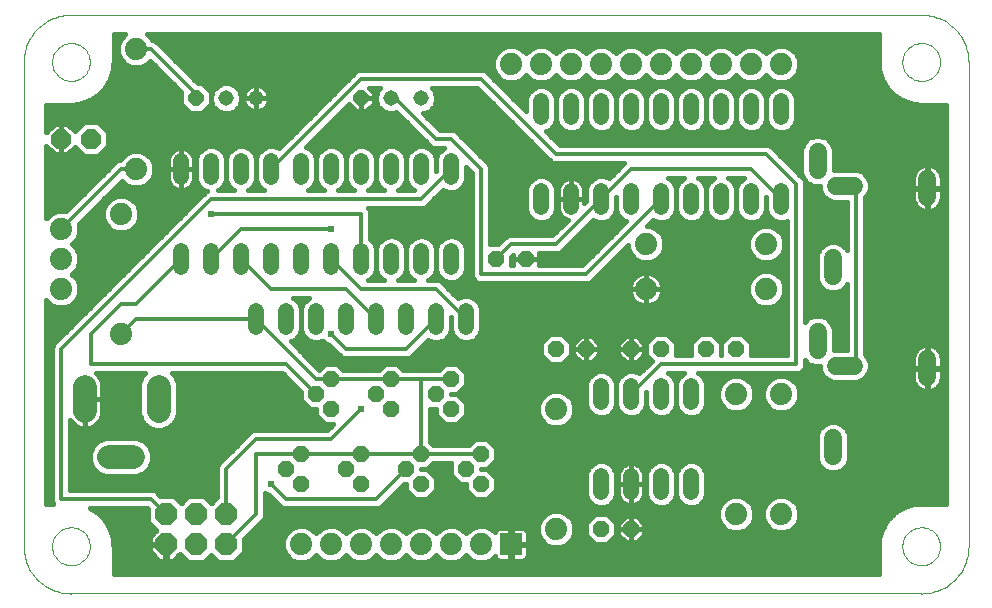
<source format=gbl>
G75*
%MOIN*%
%OFA0B0*%
%FSLAX24Y24*%
%IPPOS*%
%LPD*%
%AMOC8*
5,1,8,0,0,1.08239X$1,22.5*
%
%ADD10C,0.0520*%
%ADD11OC8,0.0520*%
%ADD12C,0.0594*%
%ADD13C,0.0740*%
%ADD14OC8,0.0515*%
%ADD15C,0.0515*%
%ADD16C,0.0000*%
%ADD17C,0.0800*%
%ADD18OC8,0.0740*%
%ADD19R,0.0740X0.0740*%
%ADD20OC8,0.0660*%
%ADD21C,0.0120*%
%ADD22C,0.0240*%
%ADD23C,0.0160*%
D10*
X013166Y012301D02*
X013166Y012821D01*
X014166Y012821D02*
X014166Y012301D01*
X015166Y012301D02*
X015166Y012821D01*
X016166Y012821D02*
X016166Y012301D01*
X017166Y012301D02*
X017166Y012821D01*
X018166Y012821D02*
X018166Y012301D01*
X019166Y012301D02*
X019166Y012821D01*
X020166Y012821D02*
X020166Y012301D01*
X019666Y014301D02*
X019666Y014821D01*
X018666Y014821D02*
X018666Y014301D01*
X017666Y014301D02*
X017666Y014821D01*
X016666Y014821D02*
X016666Y014301D01*
X015666Y014301D02*
X015666Y014821D01*
X014666Y014821D02*
X014666Y014301D01*
X013666Y014301D02*
X013666Y014821D01*
X012666Y014821D02*
X012666Y014301D01*
X011666Y014301D02*
X011666Y014821D01*
X010666Y014821D02*
X010666Y014301D01*
X010666Y017301D02*
X010666Y017821D01*
X011666Y017821D02*
X011666Y017301D01*
X012666Y017301D02*
X012666Y017821D01*
X013666Y017821D02*
X013666Y017301D01*
X014666Y017301D02*
X014666Y017821D01*
X015666Y017821D02*
X015666Y017301D01*
X016666Y017301D02*
X016666Y017821D01*
X017666Y017821D02*
X017666Y017301D01*
X018666Y017301D02*
X018666Y017821D01*
X019666Y017821D02*
X019666Y017301D01*
X022666Y016821D02*
X022666Y016301D01*
X023666Y016301D02*
X023666Y016821D01*
X024666Y016821D02*
X024666Y016301D01*
X025666Y016301D02*
X025666Y016821D01*
X026666Y016821D02*
X026666Y016301D01*
X027666Y016301D02*
X027666Y016821D01*
X028666Y016821D02*
X028666Y016301D01*
X029666Y016301D02*
X029666Y016821D01*
X030666Y016821D02*
X030666Y016301D01*
X030666Y019301D02*
X030666Y019821D01*
X029666Y019821D02*
X029666Y019301D01*
X028666Y019301D02*
X028666Y019821D01*
X027666Y019821D02*
X027666Y019301D01*
X026666Y019301D02*
X026666Y019821D01*
X025666Y019821D02*
X025666Y019301D01*
X024666Y019301D02*
X024666Y019821D01*
X023666Y019821D02*
X023666Y019301D01*
X022666Y019301D02*
X022666Y019821D01*
X024666Y010321D02*
X024666Y009801D01*
X025666Y009801D02*
X025666Y010321D01*
X026666Y010321D02*
X026666Y009801D01*
X027666Y009801D02*
X027666Y010321D01*
X027666Y007321D02*
X027666Y006801D01*
X026666Y006801D02*
X026666Y007321D01*
X025666Y007321D02*
X025666Y006801D01*
X024666Y006801D02*
X024666Y007321D01*
D11*
X024666Y005561D03*
X025666Y005561D03*
X020666Y007061D03*
X020166Y007561D03*
X020666Y008061D03*
X018666Y008061D03*
X018166Y007561D03*
X018666Y007061D03*
X016666Y007061D03*
X016166Y007561D03*
X016666Y008061D03*
X014666Y008061D03*
X014166Y007561D03*
X014666Y007061D03*
X015666Y009561D03*
X015166Y010061D03*
X015666Y010561D03*
X017166Y010061D03*
X017666Y009561D03*
X019166Y010061D03*
X019666Y009561D03*
X019666Y010561D03*
X017666Y010561D03*
X023166Y011561D03*
X024166Y011561D03*
X025666Y011561D03*
X026666Y011561D03*
X028166Y011561D03*
X029166Y011561D03*
X022166Y014561D03*
X021166Y014561D03*
D12*
X031883Y012130D02*
X031883Y011536D01*
X032491Y011006D02*
X033085Y011006D01*
X035544Y011224D02*
X035544Y010631D01*
X032394Y008586D02*
X032394Y007993D01*
X032394Y013993D02*
X032394Y014586D01*
X035544Y016631D02*
X035544Y017224D01*
X033085Y017006D02*
X032491Y017006D01*
X031883Y017536D02*
X031883Y018130D01*
D13*
X030666Y021061D03*
X029666Y021061D03*
X028666Y021061D03*
X027666Y021061D03*
X026666Y021061D03*
X025666Y021061D03*
X024666Y021061D03*
X023666Y021061D03*
X022666Y021061D03*
X021666Y021061D03*
X026166Y015061D03*
X026166Y013561D03*
X030166Y013561D03*
X030166Y015061D03*
X030666Y010061D03*
X029166Y010061D03*
X023166Y009561D03*
X029166Y006061D03*
X030666Y006061D03*
X023166Y005561D03*
X020666Y005061D03*
X019666Y005061D03*
X018666Y005061D03*
X017666Y005061D03*
X016666Y005061D03*
X015666Y005061D03*
X014666Y005061D03*
X008666Y012061D03*
X006666Y013561D03*
X006666Y014561D03*
X006666Y015561D03*
X008666Y016061D03*
X009166Y017561D03*
X009166Y021561D03*
D14*
X011166Y019923D03*
X016666Y019923D03*
D15*
X017666Y019923D03*
X018666Y019923D03*
X013166Y019923D03*
X012166Y019923D03*
D16*
X006993Y003416D02*
X035339Y003416D01*
X034709Y004990D02*
X034711Y005040D01*
X034717Y005090D01*
X034727Y005139D01*
X034741Y005187D01*
X034758Y005234D01*
X034779Y005279D01*
X034804Y005323D01*
X034832Y005364D01*
X034864Y005403D01*
X034898Y005440D01*
X034935Y005474D01*
X034975Y005504D01*
X035017Y005531D01*
X035061Y005555D01*
X035107Y005576D01*
X035154Y005592D01*
X035202Y005605D01*
X035252Y005614D01*
X035301Y005619D01*
X035352Y005620D01*
X035402Y005617D01*
X035451Y005610D01*
X035500Y005599D01*
X035548Y005584D01*
X035594Y005566D01*
X035639Y005544D01*
X035682Y005518D01*
X035723Y005489D01*
X035762Y005457D01*
X035798Y005422D01*
X035830Y005384D01*
X035860Y005344D01*
X035887Y005301D01*
X035910Y005257D01*
X035929Y005211D01*
X035945Y005163D01*
X035957Y005114D01*
X035965Y005065D01*
X035969Y005015D01*
X035969Y004965D01*
X035965Y004915D01*
X035957Y004866D01*
X035945Y004817D01*
X035929Y004769D01*
X035910Y004723D01*
X035887Y004679D01*
X035860Y004636D01*
X035830Y004596D01*
X035798Y004558D01*
X035762Y004523D01*
X035723Y004491D01*
X035682Y004462D01*
X035639Y004436D01*
X035594Y004414D01*
X035548Y004396D01*
X035500Y004381D01*
X035451Y004370D01*
X035402Y004363D01*
X035352Y004360D01*
X035301Y004361D01*
X035252Y004366D01*
X035202Y004375D01*
X035154Y004388D01*
X035107Y004404D01*
X035061Y004425D01*
X035017Y004449D01*
X034975Y004476D01*
X034935Y004506D01*
X034898Y004540D01*
X034864Y004577D01*
X034832Y004616D01*
X034804Y004657D01*
X034779Y004701D01*
X034758Y004746D01*
X034741Y004793D01*
X034727Y004841D01*
X034717Y004890D01*
X034711Y004940D01*
X034709Y004990D01*
X035339Y003415D02*
X035416Y003417D01*
X035493Y003423D01*
X035570Y003432D01*
X035646Y003445D01*
X035722Y003462D01*
X035796Y003483D01*
X035870Y003507D01*
X035942Y003535D01*
X036012Y003566D01*
X036081Y003601D01*
X036149Y003639D01*
X036214Y003680D01*
X036277Y003725D01*
X036338Y003773D01*
X036397Y003823D01*
X036453Y003876D01*
X036506Y003932D01*
X036556Y003991D01*
X036604Y004052D01*
X036649Y004115D01*
X036690Y004180D01*
X036728Y004248D01*
X036763Y004317D01*
X036794Y004387D01*
X036822Y004459D01*
X036846Y004533D01*
X036867Y004607D01*
X036884Y004683D01*
X036897Y004759D01*
X036906Y004836D01*
X036912Y004913D01*
X036914Y004990D01*
X036914Y021132D01*
X034709Y021132D02*
X034711Y021182D01*
X034717Y021232D01*
X034727Y021281D01*
X034741Y021329D01*
X034758Y021376D01*
X034779Y021421D01*
X034804Y021465D01*
X034832Y021506D01*
X034864Y021545D01*
X034898Y021582D01*
X034935Y021616D01*
X034975Y021646D01*
X035017Y021673D01*
X035061Y021697D01*
X035107Y021718D01*
X035154Y021734D01*
X035202Y021747D01*
X035252Y021756D01*
X035301Y021761D01*
X035352Y021762D01*
X035402Y021759D01*
X035451Y021752D01*
X035500Y021741D01*
X035548Y021726D01*
X035594Y021708D01*
X035639Y021686D01*
X035682Y021660D01*
X035723Y021631D01*
X035762Y021599D01*
X035798Y021564D01*
X035830Y021526D01*
X035860Y021486D01*
X035887Y021443D01*
X035910Y021399D01*
X035929Y021353D01*
X035945Y021305D01*
X035957Y021256D01*
X035965Y021207D01*
X035969Y021157D01*
X035969Y021107D01*
X035965Y021057D01*
X035957Y021008D01*
X035945Y020959D01*
X035929Y020911D01*
X035910Y020865D01*
X035887Y020821D01*
X035860Y020778D01*
X035830Y020738D01*
X035798Y020700D01*
X035762Y020665D01*
X035723Y020633D01*
X035682Y020604D01*
X035639Y020578D01*
X035594Y020556D01*
X035548Y020538D01*
X035500Y020523D01*
X035451Y020512D01*
X035402Y020505D01*
X035352Y020502D01*
X035301Y020503D01*
X035252Y020508D01*
X035202Y020517D01*
X035154Y020530D01*
X035107Y020546D01*
X035061Y020567D01*
X035017Y020591D01*
X034975Y020618D01*
X034935Y020648D01*
X034898Y020682D01*
X034864Y020719D01*
X034832Y020758D01*
X034804Y020799D01*
X034779Y020843D01*
X034758Y020888D01*
X034741Y020935D01*
X034727Y020983D01*
X034717Y021032D01*
X034711Y021082D01*
X034709Y021132D01*
X035339Y022707D02*
X035416Y022705D01*
X035493Y022699D01*
X035570Y022690D01*
X035646Y022677D01*
X035722Y022660D01*
X035796Y022639D01*
X035870Y022615D01*
X035942Y022587D01*
X036012Y022556D01*
X036081Y022521D01*
X036149Y022483D01*
X036214Y022442D01*
X036277Y022397D01*
X036338Y022349D01*
X036397Y022299D01*
X036453Y022246D01*
X036506Y022190D01*
X036556Y022131D01*
X036604Y022070D01*
X036649Y022007D01*
X036690Y021942D01*
X036728Y021874D01*
X036763Y021805D01*
X036794Y021735D01*
X036822Y021663D01*
X036846Y021589D01*
X036867Y021515D01*
X036884Y021439D01*
X036897Y021363D01*
X036906Y021286D01*
X036912Y021209D01*
X036914Y021132D01*
X035339Y022707D02*
X006993Y022707D01*
X006363Y021132D02*
X006365Y021182D01*
X006371Y021232D01*
X006381Y021281D01*
X006395Y021329D01*
X006412Y021376D01*
X006433Y021421D01*
X006458Y021465D01*
X006486Y021506D01*
X006518Y021545D01*
X006552Y021582D01*
X006589Y021616D01*
X006629Y021646D01*
X006671Y021673D01*
X006715Y021697D01*
X006761Y021718D01*
X006808Y021734D01*
X006856Y021747D01*
X006906Y021756D01*
X006955Y021761D01*
X007006Y021762D01*
X007056Y021759D01*
X007105Y021752D01*
X007154Y021741D01*
X007202Y021726D01*
X007248Y021708D01*
X007293Y021686D01*
X007336Y021660D01*
X007377Y021631D01*
X007416Y021599D01*
X007452Y021564D01*
X007484Y021526D01*
X007514Y021486D01*
X007541Y021443D01*
X007564Y021399D01*
X007583Y021353D01*
X007599Y021305D01*
X007611Y021256D01*
X007619Y021207D01*
X007623Y021157D01*
X007623Y021107D01*
X007619Y021057D01*
X007611Y021008D01*
X007599Y020959D01*
X007583Y020911D01*
X007564Y020865D01*
X007541Y020821D01*
X007514Y020778D01*
X007484Y020738D01*
X007452Y020700D01*
X007416Y020665D01*
X007377Y020633D01*
X007336Y020604D01*
X007293Y020578D01*
X007248Y020556D01*
X007202Y020538D01*
X007154Y020523D01*
X007105Y020512D01*
X007056Y020505D01*
X007006Y020502D01*
X006955Y020503D01*
X006906Y020508D01*
X006856Y020517D01*
X006808Y020530D01*
X006761Y020546D01*
X006715Y020567D01*
X006671Y020591D01*
X006629Y020618D01*
X006589Y020648D01*
X006552Y020682D01*
X006518Y020719D01*
X006486Y020758D01*
X006458Y020799D01*
X006433Y020843D01*
X006412Y020888D01*
X006395Y020935D01*
X006381Y020983D01*
X006371Y021032D01*
X006365Y021082D01*
X006363Y021132D01*
X005418Y021132D02*
X005420Y021209D01*
X005426Y021286D01*
X005435Y021363D01*
X005448Y021439D01*
X005465Y021515D01*
X005486Y021589D01*
X005510Y021663D01*
X005538Y021735D01*
X005569Y021805D01*
X005604Y021874D01*
X005642Y021942D01*
X005683Y022007D01*
X005728Y022070D01*
X005776Y022131D01*
X005826Y022190D01*
X005879Y022246D01*
X005935Y022299D01*
X005994Y022349D01*
X006055Y022397D01*
X006118Y022442D01*
X006183Y022483D01*
X006251Y022521D01*
X006320Y022556D01*
X006390Y022587D01*
X006462Y022615D01*
X006536Y022639D01*
X006610Y022660D01*
X006686Y022677D01*
X006762Y022690D01*
X006839Y022699D01*
X006916Y022705D01*
X006993Y022707D01*
X005418Y021132D02*
X005418Y004990D01*
X006363Y004990D02*
X006365Y005040D01*
X006371Y005090D01*
X006381Y005139D01*
X006395Y005187D01*
X006412Y005234D01*
X006433Y005279D01*
X006458Y005323D01*
X006486Y005364D01*
X006518Y005403D01*
X006552Y005440D01*
X006589Y005474D01*
X006629Y005504D01*
X006671Y005531D01*
X006715Y005555D01*
X006761Y005576D01*
X006808Y005592D01*
X006856Y005605D01*
X006906Y005614D01*
X006955Y005619D01*
X007006Y005620D01*
X007056Y005617D01*
X007105Y005610D01*
X007154Y005599D01*
X007202Y005584D01*
X007248Y005566D01*
X007293Y005544D01*
X007336Y005518D01*
X007377Y005489D01*
X007416Y005457D01*
X007452Y005422D01*
X007484Y005384D01*
X007514Y005344D01*
X007541Y005301D01*
X007564Y005257D01*
X007583Y005211D01*
X007599Y005163D01*
X007611Y005114D01*
X007619Y005065D01*
X007623Y005015D01*
X007623Y004965D01*
X007619Y004915D01*
X007611Y004866D01*
X007599Y004817D01*
X007583Y004769D01*
X007564Y004723D01*
X007541Y004679D01*
X007514Y004636D01*
X007484Y004596D01*
X007452Y004558D01*
X007416Y004523D01*
X007377Y004491D01*
X007336Y004462D01*
X007293Y004436D01*
X007248Y004414D01*
X007202Y004396D01*
X007154Y004381D01*
X007105Y004370D01*
X007056Y004363D01*
X007006Y004360D01*
X006955Y004361D01*
X006906Y004366D01*
X006856Y004375D01*
X006808Y004388D01*
X006761Y004404D01*
X006715Y004425D01*
X006671Y004449D01*
X006629Y004476D01*
X006589Y004506D01*
X006552Y004540D01*
X006518Y004577D01*
X006486Y004616D01*
X006458Y004657D01*
X006433Y004701D01*
X006412Y004746D01*
X006395Y004793D01*
X006381Y004841D01*
X006371Y004890D01*
X006365Y004940D01*
X006363Y004990D01*
X005418Y004990D02*
X005420Y004913D01*
X005426Y004836D01*
X005435Y004759D01*
X005448Y004683D01*
X005465Y004607D01*
X005486Y004533D01*
X005510Y004459D01*
X005538Y004387D01*
X005569Y004317D01*
X005604Y004248D01*
X005642Y004180D01*
X005683Y004115D01*
X005728Y004052D01*
X005776Y003991D01*
X005826Y003932D01*
X005879Y003876D01*
X005935Y003823D01*
X005994Y003773D01*
X006055Y003725D01*
X006118Y003680D01*
X006183Y003639D01*
X006251Y003601D01*
X006320Y003566D01*
X006390Y003535D01*
X006462Y003507D01*
X006536Y003483D01*
X006610Y003462D01*
X006686Y003445D01*
X006762Y003432D01*
X006839Y003423D01*
X006916Y003417D01*
X006993Y003415D01*
D17*
X008266Y007961D02*
X009066Y007961D01*
X009916Y009511D02*
X009916Y010311D01*
X007466Y010311D02*
X007466Y009511D01*
D18*
X010166Y006061D03*
X011166Y006061D03*
X012166Y006061D03*
X012166Y005061D03*
X011166Y005061D03*
X010166Y005061D03*
D19*
X021666Y005061D03*
D20*
X007666Y018561D03*
X006666Y018561D03*
D21*
X008666Y017561D02*
X009166Y017561D01*
X008666Y017561D02*
X006666Y015561D01*
X008666Y013061D02*
X007666Y012061D01*
X007666Y011061D01*
X014166Y011061D01*
X015166Y010061D01*
X015166Y010561D02*
X015666Y010561D01*
X017666Y010561D01*
X018666Y010561D01*
X018666Y008061D01*
X020666Y008061D01*
X018666Y008061D02*
X016666Y008061D01*
X014666Y008061D01*
X013166Y008061D01*
X013166Y006061D01*
X012166Y005061D01*
X012166Y006061D02*
X012166Y007561D01*
X013166Y008561D01*
X015666Y008561D01*
X016666Y009561D01*
X015166Y010561D02*
X013166Y012561D01*
X009166Y012561D01*
X008666Y012061D01*
X008666Y013061D02*
X009166Y013061D01*
X010666Y014561D01*
X011666Y014561D02*
X012666Y015561D01*
X015666Y015561D01*
X016666Y016061D02*
X011666Y016061D01*
X011666Y016561D02*
X006666Y011561D01*
X006666Y006561D01*
X009666Y006561D01*
X010166Y006061D01*
X013666Y007061D02*
X014166Y006561D01*
X017166Y006561D01*
X018166Y007561D01*
X018666Y010561D02*
X019666Y010561D01*
X018166Y011561D02*
X019166Y012561D01*
X020166Y012561D02*
X019166Y013561D01*
X016666Y013561D01*
X015666Y014561D01*
X016666Y014561D02*
X016666Y016061D01*
X018666Y016561D02*
X011666Y016561D01*
X013666Y017561D02*
X016666Y020561D01*
X020666Y020561D01*
X023166Y018061D01*
X030166Y018061D01*
X031166Y017061D01*
X031166Y011061D01*
X026666Y011061D01*
X025666Y010061D01*
X024166Y014061D02*
X020666Y014061D01*
X020666Y017561D01*
X019666Y018561D01*
X019166Y018561D01*
X017666Y020061D01*
X017666Y019923D01*
X019666Y017561D02*
X018666Y016561D01*
X021166Y014561D02*
X021666Y015061D01*
X023166Y015061D01*
X024666Y016561D01*
X025666Y017561D01*
X029666Y017561D01*
X030666Y016561D01*
X032788Y017006D02*
X033166Y017061D01*
X033166Y011061D01*
X032788Y011006D01*
X026666Y016561D02*
X024166Y014061D01*
X018166Y011561D02*
X016166Y011561D01*
X015666Y012061D01*
X017166Y012561D02*
X016166Y013561D01*
X013666Y013561D01*
X012666Y014561D01*
X011166Y019923D02*
X011166Y020061D01*
X009666Y021561D01*
X009166Y021561D01*
D22*
X011666Y016061D03*
X015666Y015561D03*
X015666Y012061D03*
X016666Y009561D03*
X013666Y007061D03*
D23*
X013602Y006701D02*
X013912Y006391D01*
X013996Y006307D01*
X014106Y006261D01*
X017226Y006261D01*
X017336Y006307D01*
X018090Y007061D01*
X018166Y007061D01*
X018166Y006854D01*
X018459Y006561D01*
X018873Y006561D01*
X019166Y006854D01*
X019166Y007268D01*
X018873Y007561D01*
X019073Y007761D01*
X019666Y007761D01*
X019666Y007354D01*
X019959Y007061D01*
X020166Y007061D01*
X020166Y006854D01*
X020459Y006561D01*
X020873Y006561D01*
X021166Y006854D01*
X021166Y007268D01*
X020873Y007561D01*
X021166Y007854D01*
X021166Y008268D01*
X020873Y008561D01*
X020459Y008561D01*
X020259Y008361D01*
X019073Y008361D01*
X018966Y008468D01*
X018966Y009561D01*
X019166Y009561D01*
X019166Y009354D01*
X019459Y009061D01*
X019873Y009061D01*
X020166Y009354D01*
X020166Y009768D01*
X019873Y010061D01*
X020166Y010354D01*
X020166Y010768D01*
X019873Y011061D01*
X019459Y011061D01*
X019259Y010861D01*
X018073Y010861D01*
X017873Y011061D01*
X017459Y011061D01*
X017259Y010861D01*
X016073Y010861D01*
X015873Y011061D01*
X015459Y011061D01*
X015275Y010877D01*
X014326Y011826D01*
X014449Y011877D01*
X014590Y012018D01*
X014666Y012202D01*
X014666Y012921D01*
X014590Y013105D01*
X014449Y013245D01*
X014410Y013261D01*
X014922Y013261D01*
X014883Y013245D01*
X014742Y013105D01*
X014666Y012921D01*
X014666Y012202D01*
X014742Y012018D01*
X014883Y011877D01*
X015067Y011801D01*
X015266Y011801D01*
X015373Y011846D01*
X015462Y011756D01*
X015595Y011701D01*
X015602Y011701D01*
X015912Y011391D01*
X015996Y011307D01*
X016106Y011261D01*
X018226Y011261D01*
X018336Y011307D01*
X018900Y011870D01*
X019067Y011801D01*
X019266Y011801D01*
X019449Y011877D01*
X019590Y012018D01*
X019666Y012202D01*
X019666Y012637D01*
X019666Y012637D01*
X019666Y012202D01*
X019742Y012018D01*
X019883Y011877D01*
X020067Y011801D01*
X020266Y011801D01*
X020449Y011877D01*
X020590Y012018D01*
X020666Y012202D01*
X020666Y012921D01*
X020590Y013105D01*
X020449Y013245D01*
X020266Y013321D01*
X020067Y013321D01*
X019900Y013252D01*
X019336Y013816D01*
X019226Y013861D01*
X018910Y013861D01*
X018949Y013877D01*
X019090Y014018D01*
X019166Y014202D01*
X019166Y014921D01*
X019090Y015105D01*
X018949Y015245D01*
X018766Y015321D01*
X018567Y015321D01*
X018383Y015245D01*
X018242Y015105D01*
X018166Y014921D01*
X018090Y015105D01*
X017949Y015245D01*
X017766Y015321D01*
X017567Y015321D01*
X017383Y015245D01*
X017242Y015105D01*
X017166Y014921D01*
X017090Y015105D01*
X016966Y015228D01*
X016966Y016121D01*
X016920Y016231D01*
X016890Y016261D01*
X018726Y016261D01*
X018836Y016307D01*
X018920Y016391D01*
X019400Y016870D01*
X019567Y016801D01*
X019766Y016801D01*
X019949Y016877D01*
X020090Y017018D01*
X020166Y017202D01*
X020166Y017637D01*
X020366Y017437D01*
X020366Y014002D01*
X020412Y013891D01*
X020496Y013807D01*
X020606Y013761D01*
X024226Y013761D01*
X024336Y013807D01*
X025556Y015027D01*
X025556Y014940D01*
X025649Y014716D01*
X025821Y014544D01*
X026045Y014451D01*
X026287Y014451D01*
X026512Y014544D01*
X026683Y014716D01*
X026776Y014940D01*
X026776Y015183D01*
X026683Y015407D01*
X026512Y015578D01*
X026287Y015671D01*
X026200Y015671D01*
X026400Y015870D01*
X026567Y015801D01*
X026766Y015801D01*
X026949Y015877D01*
X027090Y016018D01*
X027166Y016202D01*
X027166Y016921D01*
X027090Y017105D01*
X026949Y017245D01*
X026910Y017261D01*
X027422Y017261D01*
X027383Y017245D01*
X027242Y017105D01*
X027166Y016921D01*
X027166Y016202D01*
X027242Y016018D01*
X027383Y015877D01*
X027567Y015801D01*
X027766Y015801D01*
X027949Y015877D01*
X028090Y016018D01*
X028166Y016202D01*
X028166Y016921D01*
X028090Y017105D01*
X027949Y017245D01*
X027910Y017261D01*
X028422Y017261D01*
X028383Y017245D01*
X028242Y017105D01*
X028166Y016921D01*
X028166Y016202D01*
X028242Y016018D01*
X028383Y015877D01*
X028567Y015801D01*
X028766Y015801D01*
X028949Y015877D01*
X029090Y016018D01*
X029166Y016202D01*
X029166Y016921D01*
X029090Y017105D01*
X028949Y017245D01*
X028910Y017261D01*
X029422Y017261D01*
X029383Y017245D01*
X029242Y017105D01*
X029166Y016921D01*
X029166Y016202D01*
X029242Y016018D01*
X029383Y015877D01*
X029567Y015801D01*
X029766Y015801D01*
X029949Y015877D01*
X030090Y016018D01*
X030166Y016202D01*
X030166Y016637D01*
X030166Y016637D01*
X030166Y016202D01*
X030242Y016018D01*
X030383Y015877D01*
X030567Y015801D01*
X030766Y015801D01*
X030866Y015843D01*
X030866Y011361D01*
X029666Y011361D01*
X029666Y011768D01*
X029373Y012061D01*
X028959Y012061D01*
X028666Y011768D01*
X028373Y012061D01*
X027959Y012061D01*
X027666Y011768D01*
X027666Y011361D01*
X027166Y011361D01*
X027166Y011768D01*
X026873Y012061D01*
X026459Y012061D01*
X026166Y011768D01*
X026166Y011354D01*
X026350Y011170D01*
X025933Y010752D01*
X025766Y010821D01*
X025567Y010821D01*
X025383Y010745D01*
X025242Y010605D01*
X025166Y010421D01*
X025090Y010605D01*
X024949Y010745D01*
X024766Y010821D01*
X024567Y010821D01*
X024383Y010745D01*
X024242Y010605D01*
X024166Y010421D01*
X024166Y009702D01*
X024242Y009518D01*
X024383Y009377D01*
X024567Y009301D01*
X024766Y009301D01*
X024949Y009377D01*
X025090Y009518D01*
X025166Y009702D01*
X025166Y010421D01*
X025166Y009702D01*
X025242Y009518D01*
X025383Y009377D01*
X025567Y009301D01*
X025766Y009301D01*
X025949Y009377D01*
X026090Y009518D01*
X026166Y009702D01*
X026166Y010137D01*
X026166Y010137D01*
X026166Y009702D01*
X026242Y009518D01*
X026383Y009377D01*
X026567Y009301D01*
X026766Y009301D01*
X026949Y009377D01*
X027090Y009518D01*
X027166Y009702D01*
X027166Y010421D01*
X027090Y010605D01*
X026949Y010745D01*
X026910Y010761D01*
X027422Y010761D01*
X027383Y010745D01*
X027242Y010605D01*
X027166Y010421D01*
X027166Y009702D01*
X027242Y009518D01*
X027383Y009377D01*
X027567Y009301D01*
X027766Y009301D01*
X027949Y009377D01*
X028090Y009518D01*
X028166Y009702D01*
X028166Y010421D01*
X028090Y010605D01*
X027949Y010745D01*
X027910Y010761D01*
X031226Y010761D01*
X031336Y010807D01*
X031420Y010891D01*
X031466Y011002D01*
X031466Y011193D01*
X031579Y011081D01*
X031776Y010999D01*
X031954Y010999D01*
X031954Y010899D01*
X032036Y010702D01*
X032187Y010551D01*
X032385Y010469D01*
X033192Y010469D01*
X033389Y010551D01*
X033540Y010702D01*
X033622Y010899D01*
X033622Y011113D01*
X033540Y011310D01*
X033466Y011384D01*
X033466Y016628D01*
X033540Y016702D01*
X033622Y016899D01*
X033622Y017113D01*
X033540Y017310D01*
X033389Y017461D01*
X033192Y017543D01*
X032420Y017543D01*
X032420Y018237D01*
X032338Y018434D01*
X032187Y018585D01*
X031989Y018667D01*
X031776Y018667D01*
X031579Y018585D01*
X031428Y018434D01*
X031346Y018237D01*
X031346Y017429D01*
X031428Y017232D01*
X031579Y017081D01*
X031776Y016999D01*
X031954Y016999D01*
X031954Y016899D01*
X032036Y016702D01*
X032187Y016551D01*
X032385Y016469D01*
X032866Y016469D01*
X032866Y014851D01*
X032850Y014891D01*
X032699Y015042D01*
X032501Y015123D01*
X032288Y015123D01*
X032090Y015042D01*
X031939Y014891D01*
X031858Y014693D01*
X031858Y013886D01*
X031939Y013689D01*
X032090Y013538D01*
X032288Y013456D01*
X032501Y013456D01*
X032699Y013538D01*
X032850Y013689D01*
X032866Y013729D01*
X032866Y011543D01*
X032420Y011543D01*
X032420Y012237D01*
X032338Y012434D01*
X032187Y012585D01*
X031989Y012667D01*
X031776Y012667D01*
X031579Y012585D01*
X031466Y012472D01*
X031466Y017121D01*
X031420Y017231D01*
X031336Y017316D01*
X030336Y018316D01*
X030226Y018361D01*
X023290Y018361D01*
X022826Y018826D01*
X022949Y018877D01*
X023090Y019018D01*
X023166Y019202D01*
X023166Y019921D01*
X023090Y020105D01*
X022949Y020245D01*
X022766Y020321D01*
X022567Y020321D01*
X022383Y020245D01*
X022242Y020105D01*
X022166Y019921D01*
X022166Y019486D01*
X020836Y020816D01*
X020726Y020861D01*
X016606Y020861D01*
X016496Y020816D01*
X016412Y020731D01*
X013933Y018252D01*
X013766Y018321D01*
X013567Y018321D01*
X013383Y018245D01*
X013242Y018105D01*
X013166Y017921D01*
X013090Y018105D01*
X012949Y018245D01*
X012766Y018321D01*
X012567Y018321D01*
X012383Y018245D01*
X012242Y018105D01*
X012166Y017921D01*
X012090Y018105D01*
X011949Y018245D01*
X011766Y018321D01*
X011567Y018321D01*
X011383Y018245D01*
X011242Y018105D01*
X011166Y017921D01*
X011166Y017202D01*
X011242Y017018D01*
X011383Y016877D01*
X011514Y016823D01*
X011496Y016816D01*
X006496Y011816D01*
X006412Y011731D01*
X006366Y011621D01*
X006366Y006502D01*
X006403Y006412D01*
X006166Y006412D01*
X006166Y013199D01*
X006321Y013044D01*
X006545Y012951D01*
X006787Y012951D01*
X007012Y013044D01*
X007183Y013216D01*
X007276Y013440D01*
X007276Y013683D01*
X007183Y013907D01*
X007029Y014061D01*
X007183Y014216D01*
X007276Y014440D01*
X007276Y014683D01*
X007183Y014907D01*
X007029Y015061D01*
X007183Y015216D01*
X007276Y015440D01*
X007276Y015683D01*
X007257Y015728D01*
X008697Y017168D01*
X008821Y017044D01*
X009045Y016951D01*
X009287Y016951D01*
X009512Y017044D01*
X009683Y017216D01*
X009776Y017440D01*
X009776Y017683D01*
X009683Y017907D01*
X009512Y018078D01*
X009287Y018171D01*
X009045Y018171D01*
X008821Y018078D01*
X008649Y017907D01*
X008630Y017861D01*
X008606Y017861D01*
X008496Y017816D01*
X008412Y017731D01*
X006833Y016152D01*
X006787Y016171D01*
X006545Y016171D01*
X006321Y016078D01*
X006166Y015924D01*
X006166Y018340D01*
X006455Y018051D01*
X006666Y018051D01*
X006666Y018561D01*
X006666Y018561D01*
X006666Y018051D01*
X006877Y018051D01*
X007124Y018298D01*
X007430Y017991D01*
X007902Y017991D01*
X008236Y018325D01*
X008236Y018797D01*
X007902Y019131D01*
X007430Y019131D01*
X007124Y018825D01*
X006877Y019071D01*
X006666Y019071D01*
X006455Y019071D01*
X006166Y018783D01*
X006166Y019711D01*
X006954Y019711D01*
X006962Y019708D01*
X007001Y019711D01*
X007041Y019711D01*
X007049Y019714D01*
X007148Y019722D01*
X007165Y019718D01*
X007195Y019725D01*
X007226Y019727D01*
X007241Y019735D01*
X007347Y019758D01*
X007365Y019757D01*
X007393Y019768D01*
X007423Y019775D01*
X007438Y019785D01*
X007539Y019822D01*
X007557Y019824D01*
X007584Y019839D01*
X007612Y019850D01*
X007625Y019862D01*
X007720Y019913D01*
X007737Y019918D01*
X007762Y019936D01*
X007788Y019951D01*
X007799Y019964D01*
X007886Y020029D01*
X007902Y020036D01*
X007924Y020058D01*
X007948Y020076D01*
X007957Y020091D01*
X008034Y020168D01*
X008049Y020177D01*
X008067Y020201D01*
X008089Y020223D01*
X008096Y020239D01*
X008161Y020326D01*
X008174Y020337D01*
X008189Y020364D01*
X008207Y020388D01*
X008212Y020405D01*
X008263Y020500D01*
X008275Y020513D01*
X008286Y020542D01*
X008301Y020568D01*
X008303Y020586D01*
X008341Y020687D01*
X008351Y020702D01*
X008357Y020732D01*
X008368Y020760D01*
X008367Y020778D01*
X008390Y020884D01*
X008398Y020899D01*
X008400Y020930D01*
X008407Y020960D01*
X008404Y020977D01*
X008411Y021076D01*
X008414Y021084D01*
X008414Y021124D01*
X008417Y021163D01*
X008414Y021171D01*
X008414Y022061D01*
X008803Y022061D01*
X008649Y021907D01*
X008556Y021683D01*
X008556Y021440D01*
X008649Y021216D01*
X008821Y021044D01*
X009045Y020951D01*
X009287Y020951D01*
X009512Y021044D01*
X009635Y021168D01*
X010671Y020132D01*
X010669Y020130D01*
X010669Y019717D01*
X010960Y019426D01*
X011372Y019426D01*
X011664Y019717D01*
X011664Y020130D01*
X011372Y020421D01*
X011231Y020421D01*
X009920Y021731D01*
X009836Y021816D01*
X009726Y021861D01*
X009702Y021861D01*
X009683Y021907D01*
X009529Y022061D01*
X033918Y022061D01*
X033918Y021171D01*
X033915Y021163D01*
X033918Y021124D01*
X033918Y021084D01*
X033922Y021076D01*
X033929Y020977D01*
X033926Y020960D01*
X033932Y020930D01*
X033934Y020899D01*
X033942Y020884D01*
X033965Y020778D01*
X033965Y020760D01*
X033975Y020732D01*
X033982Y020702D01*
X033992Y020687D01*
X034030Y020586D01*
X034031Y020568D01*
X034046Y020542D01*
X034057Y020513D01*
X034069Y020500D01*
X034121Y020405D01*
X034125Y020388D01*
X034143Y020364D01*
X034158Y020337D01*
X034172Y020326D01*
X034237Y020239D01*
X034243Y020223D01*
X034265Y020201D01*
X034283Y020177D01*
X034298Y020168D01*
X034375Y020091D01*
X034384Y020076D01*
X034408Y020058D01*
X034430Y020036D01*
X034446Y020029D01*
X034533Y019964D01*
X034544Y019951D01*
X034571Y019936D01*
X034595Y019918D01*
X034612Y019913D01*
X034707Y019862D01*
X034720Y019850D01*
X034749Y019839D01*
X034776Y019824D01*
X034793Y019822D01*
X034894Y019785D01*
X034909Y019775D01*
X034939Y019768D01*
X034967Y019757D01*
X034985Y019758D01*
X035091Y019735D01*
X035107Y019727D01*
X035137Y019725D01*
X035167Y019718D01*
X035184Y019722D01*
X035283Y019714D01*
X035292Y019711D01*
X035331Y019711D01*
X035370Y019708D01*
X035378Y019711D01*
X036166Y019711D01*
X036166Y006412D01*
X035378Y006412D01*
X035370Y006414D01*
X035331Y006412D01*
X035292Y006412D01*
X035283Y006408D01*
X035184Y006401D01*
X035167Y006404D01*
X035137Y006398D01*
X035107Y006395D01*
X035091Y006388D01*
X034985Y006365D01*
X034967Y006365D01*
X034939Y006355D01*
X034909Y006348D01*
X034894Y006338D01*
X034793Y006300D01*
X034776Y006298D01*
X034749Y006284D01*
X034720Y006273D01*
X034707Y006261D01*
X034612Y006209D01*
X034595Y006205D01*
X034571Y006186D01*
X034544Y006172D01*
X034533Y006158D01*
X034446Y006093D01*
X034430Y006086D01*
X034408Y006065D01*
X034384Y006047D01*
X034375Y006031D01*
X034298Y005955D01*
X034283Y005946D01*
X034265Y005921D01*
X034243Y005900D01*
X034237Y005884D01*
X034172Y005797D01*
X034158Y005786D01*
X034143Y005759D01*
X034125Y005735D01*
X034121Y005718D01*
X034069Y005623D01*
X034057Y005610D01*
X034046Y005581D01*
X034031Y005554D01*
X034030Y005537D01*
X033992Y005435D01*
X033982Y005421D01*
X033975Y005391D01*
X033965Y005362D01*
X033965Y005345D01*
X033942Y005239D01*
X033934Y005223D01*
X033932Y005193D01*
X033926Y005163D01*
X033929Y005146D01*
X033922Y005046D01*
X033918Y005038D01*
X033918Y004999D01*
X033915Y004960D01*
X033918Y004952D01*
X033918Y004061D01*
X008414Y004061D01*
X008414Y004952D01*
X008417Y004960D01*
X008414Y004999D01*
X008414Y005038D01*
X008411Y005046D01*
X008404Y005146D01*
X008407Y005163D01*
X008400Y005193D01*
X008398Y005223D01*
X008390Y005239D01*
X008367Y005345D01*
X008368Y005362D01*
X008357Y005391D01*
X008351Y005421D01*
X008341Y005435D01*
X008303Y005537D01*
X008301Y005554D01*
X008286Y005581D01*
X008275Y005610D01*
X008263Y005623D01*
X008212Y005718D01*
X008207Y005735D01*
X008189Y005759D01*
X008174Y005786D01*
X008161Y005797D01*
X008096Y005884D01*
X008089Y005900D01*
X008067Y005921D01*
X008049Y005946D01*
X008034Y005955D01*
X007957Y006031D01*
X007948Y006047D01*
X007924Y006065D01*
X007902Y006086D01*
X007886Y006093D01*
X007799Y006158D01*
X007788Y006172D01*
X007762Y006186D01*
X007737Y006205D01*
X007720Y006209D01*
X007625Y006261D01*
X007625Y006261D01*
X009542Y006261D01*
X009556Y006247D01*
X009556Y005809D01*
X009846Y005519D01*
X009616Y005289D01*
X009616Y005081D01*
X010146Y005081D01*
X010146Y005041D01*
X010186Y005041D01*
X010186Y004511D01*
X010394Y004511D01*
X010624Y004741D01*
X010913Y004451D01*
X011419Y004451D01*
X011666Y004699D01*
X011913Y004451D01*
X012419Y004451D01*
X012776Y004809D01*
X012776Y005247D01*
X013336Y005807D01*
X013420Y005891D01*
X013466Y006002D01*
X013466Y006754D01*
X013595Y006701D01*
X013602Y006701D01*
X013706Y006597D02*
X013466Y006597D01*
X013466Y006439D02*
X013864Y006439D01*
X014061Y006280D02*
X013466Y006280D01*
X013466Y006122D02*
X022925Y006122D01*
X022821Y006078D02*
X022649Y005907D01*
X022556Y005683D01*
X022556Y005440D01*
X022649Y005216D01*
X022821Y005044D01*
X023045Y004951D01*
X023287Y004951D01*
X023512Y005044D01*
X023683Y005216D01*
X023776Y005440D01*
X023776Y005683D01*
X023683Y005907D01*
X023512Y006078D01*
X023287Y006171D01*
X023045Y006171D01*
X022821Y006078D01*
X022705Y005963D02*
X013450Y005963D01*
X013334Y005805D02*
X022607Y005805D01*
X022556Y005646D02*
X020848Y005646D01*
X020787Y005671D02*
X020545Y005671D01*
X020321Y005578D01*
X020166Y005424D01*
X020012Y005578D01*
X019787Y005671D01*
X019545Y005671D01*
X019321Y005578D01*
X019166Y005424D01*
X019012Y005578D01*
X018787Y005671D01*
X018545Y005671D01*
X018321Y005578D01*
X018166Y005424D01*
X018012Y005578D01*
X017787Y005671D01*
X017545Y005671D01*
X017321Y005578D01*
X017166Y005424D01*
X017012Y005578D01*
X016787Y005671D01*
X016545Y005671D01*
X016321Y005578D01*
X016166Y005424D01*
X016012Y005578D01*
X015787Y005671D01*
X015545Y005671D01*
X015321Y005578D01*
X015166Y005424D01*
X015012Y005578D01*
X014787Y005671D01*
X014545Y005671D01*
X014321Y005578D01*
X014149Y005407D01*
X014056Y005183D01*
X014056Y004940D01*
X014149Y004716D01*
X014321Y004544D01*
X014545Y004451D01*
X014787Y004451D01*
X015012Y004544D01*
X015166Y004699D01*
X015321Y004544D01*
X015545Y004451D01*
X015787Y004451D01*
X016012Y004544D01*
X016166Y004699D01*
X016321Y004544D01*
X016545Y004451D01*
X016787Y004451D01*
X017012Y004544D01*
X017166Y004699D01*
X017321Y004544D01*
X017545Y004451D01*
X017787Y004451D01*
X018012Y004544D01*
X018166Y004699D01*
X018321Y004544D01*
X018545Y004451D01*
X018787Y004451D01*
X019012Y004544D01*
X019166Y004699D01*
X019321Y004544D01*
X019545Y004451D01*
X019787Y004451D01*
X020012Y004544D01*
X020166Y004699D01*
X020321Y004544D01*
X020545Y004451D01*
X020787Y004451D01*
X021012Y004544D01*
X021120Y004653D01*
X021128Y004622D01*
X021152Y004581D01*
X021186Y004547D01*
X021227Y004524D01*
X021272Y004511D01*
X021646Y004511D01*
X021646Y005041D01*
X021686Y005041D01*
X021686Y004511D01*
X022060Y004511D01*
X022106Y004524D01*
X022147Y004547D01*
X022180Y004581D01*
X022204Y004622D01*
X022216Y004668D01*
X022216Y005041D01*
X021686Y005041D01*
X021686Y005081D01*
X022216Y005081D01*
X022216Y005455D01*
X022204Y005501D01*
X022180Y005542D01*
X022147Y005575D01*
X022106Y005599D01*
X022060Y005611D01*
X021686Y005611D01*
X021686Y005081D01*
X021646Y005081D01*
X021646Y005611D01*
X021272Y005611D01*
X021227Y005599D01*
X021186Y005575D01*
X021152Y005542D01*
X021128Y005501D01*
X021120Y005470D01*
X021012Y005578D01*
X020787Y005671D01*
X020484Y005646D02*
X019848Y005646D01*
X020102Y005488D02*
X020230Y005488D01*
X019484Y005646D02*
X018848Y005646D01*
X019102Y005488D02*
X019230Y005488D01*
X018484Y005646D02*
X017848Y005646D01*
X018102Y005488D02*
X018230Y005488D01*
X017484Y005646D02*
X016848Y005646D01*
X017102Y005488D02*
X017230Y005488D01*
X016484Y005646D02*
X015848Y005646D01*
X016102Y005488D02*
X016230Y005488D01*
X015484Y005646D02*
X014848Y005646D01*
X015102Y005488D02*
X015230Y005488D01*
X014484Y005646D02*
X013175Y005646D01*
X013017Y005488D02*
X014230Y005488D01*
X014117Y005329D02*
X012858Y005329D01*
X012776Y005171D02*
X014056Y005171D01*
X014056Y005012D02*
X012776Y005012D01*
X012776Y004854D02*
X014092Y004854D01*
X014169Y004695D02*
X012663Y004695D01*
X012504Y004537D02*
X014338Y004537D01*
X014994Y004537D02*
X015338Y004537D01*
X015169Y004695D02*
X015163Y004695D01*
X015994Y004537D02*
X016338Y004537D01*
X016169Y004695D02*
X016163Y004695D01*
X016994Y004537D02*
X017338Y004537D01*
X017169Y004695D02*
X017163Y004695D01*
X017994Y004537D02*
X018338Y004537D01*
X018169Y004695D02*
X018163Y004695D01*
X018994Y004537D02*
X019338Y004537D01*
X019169Y004695D02*
X019163Y004695D01*
X019994Y004537D02*
X020338Y004537D01*
X020169Y004695D02*
X020163Y004695D01*
X020994Y004537D02*
X021204Y004537D01*
X021646Y004537D02*
X021686Y004537D01*
X021686Y004695D02*
X021646Y004695D01*
X021646Y004854D02*
X021686Y004854D01*
X021686Y005012D02*
X021646Y005012D01*
X021646Y005171D02*
X021686Y005171D01*
X021686Y005329D02*
X021646Y005329D01*
X021646Y005488D02*
X021686Y005488D01*
X021125Y005488D02*
X021102Y005488D01*
X022207Y005488D02*
X022556Y005488D01*
X022602Y005329D02*
X022216Y005329D01*
X022216Y005171D02*
X022694Y005171D01*
X022898Y005012D02*
X022216Y005012D01*
X022216Y004854D02*
X033918Y004854D01*
X033918Y005012D02*
X023435Y005012D01*
X023638Y005171D02*
X024350Y005171D01*
X024459Y005061D02*
X024873Y005061D01*
X025166Y005354D01*
X025166Y005768D01*
X024873Y006061D01*
X024459Y006061D01*
X024166Y005768D01*
X024166Y005354D01*
X024459Y005061D01*
X024191Y005329D02*
X023730Y005329D01*
X023776Y005488D02*
X024166Y005488D01*
X024166Y005646D02*
X023776Y005646D01*
X023726Y005805D02*
X024203Y005805D01*
X024361Y005963D02*
X023627Y005963D01*
X023407Y006122D02*
X028556Y006122D01*
X028556Y006183D02*
X028556Y005940D01*
X028649Y005716D01*
X028821Y005544D01*
X029045Y005451D01*
X029287Y005451D01*
X029512Y005544D01*
X029683Y005716D01*
X029776Y005940D01*
X029776Y006183D01*
X029683Y006407D01*
X029512Y006578D01*
X029287Y006671D01*
X029045Y006671D01*
X028821Y006578D01*
X028649Y006407D01*
X028556Y006183D01*
X028597Y006280D02*
X017272Y006280D01*
X017468Y006439D02*
X024322Y006439D01*
X024383Y006377D02*
X024242Y006518D01*
X024166Y006702D01*
X024166Y007421D01*
X024242Y007605D01*
X024383Y007745D01*
X024567Y007821D01*
X024766Y007821D01*
X024949Y007745D01*
X025090Y007605D01*
X025166Y007421D01*
X025166Y006702D01*
X025090Y006518D01*
X024949Y006377D01*
X024766Y006301D01*
X024567Y006301D01*
X024383Y006377D01*
X024209Y006597D02*
X020909Y006597D01*
X021068Y006756D02*
X024166Y006756D01*
X024166Y006914D02*
X021166Y006914D01*
X021166Y007073D02*
X024166Y007073D01*
X024166Y007231D02*
X021166Y007231D01*
X021045Y007390D02*
X024166Y007390D01*
X024219Y007548D02*
X020886Y007548D01*
X020873Y007561D02*
X020666Y007561D01*
X020666Y007561D01*
X020873Y007561D01*
X021019Y007707D02*
X024345Y007707D01*
X024988Y007707D02*
X025454Y007707D01*
X025436Y007698D02*
X025380Y007657D01*
X025331Y007608D01*
X025290Y007552D01*
X025258Y007490D01*
X025237Y007424D01*
X025226Y007356D01*
X025226Y007061D01*
X025226Y006767D01*
X025237Y006698D01*
X025258Y006632D01*
X025290Y006571D01*
X025331Y006515D01*
X025380Y006466D01*
X025436Y006425D01*
X025497Y006394D01*
X025563Y006372D01*
X025632Y006361D01*
X025666Y006361D01*
X025666Y007061D01*
X025666Y007061D01*
X025226Y007061D01*
X025666Y007061D01*
X025666Y007061D01*
X025666Y006361D01*
X025701Y006361D01*
X025769Y006372D01*
X025835Y006394D01*
X025897Y006425D01*
X025953Y006466D01*
X026002Y006515D01*
X026042Y006571D01*
X026074Y006632D01*
X026095Y006698D01*
X026106Y006767D01*
X026106Y007061D01*
X025666Y007061D01*
X025666Y007061D01*
X025666Y007761D01*
X025632Y007761D01*
X025563Y007750D01*
X025497Y007729D01*
X025436Y007698D01*
X025288Y007548D02*
X025113Y007548D01*
X025166Y007390D02*
X025232Y007390D01*
X025226Y007231D02*
X025166Y007231D01*
X025166Y007073D02*
X025226Y007073D01*
X025226Y006914D02*
X025166Y006914D01*
X025166Y006756D02*
X025228Y006756D01*
X025276Y006597D02*
X025123Y006597D01*
X025011Y006439D02*
X025417Y006439D01*
X025666Y006439D02*
X025666Y006439D01*
X025666Y006597D02*
X025666Y006597D01*
X025666Y006756D02*
X025666Y006756D01*
X025666Y006914D02*
X025666Y006914D01*
X025666Y007061D02*
X026106Y007061D01*
X026106Y007356D01*
X026095Y007424D01*
X026074Y007490D01*
X026042Y007552D01*
X026002Y007608D01*
X025953Y007657D01*
X025897Y007698D01*
X025835Y007729D01*
X025769Y007750D01*
X025701Y007761D01*
X025666Y007761D01*
X025666Y007061D01*
X025666Y007061D01*
X025666Y007073D02*
X025666Y007073D01*
X025666Y007231D02*
X025666Y007231D01*
X025666Y007390D02*
X025666Y007390D01*
X025666Y007548D02*
X025666Y007548D01*
X025666Y007707D02*
X025666Y007707D01*
X025879Y007707D02*
X026345Y007707D01*
X026383Y007745D02*
X026242Y007605D01*
X026166Y007421D01*
X026166Y006702D01*
X026242Y006518D01*
X026383Y006377D01*
X026567Y006301D01*
X026766Y006301D01*
X026949Y006377D01*
X027090Y006518D01*
X027166Y006702D01*
X027166Y007421D01*
X027090Y007605D01*
X026949Y007745D01*
X026766Y007821D01*
X026567Y007821D01*
X026383Y007745D01*
X026219Y007548D02*
X026044Y007548D01*
X026101Y007390D02*
X026166Y007390D01*
X026166Y007231D02*
X026106Y007231D01*
X026106Y007073D02*
X026166Y007073D01*
X026166Y006914D02*
X026106Y006914D01*
X026104Y006756D02*
X026166Y006756D01*
X026209Y006597D02*
X026056Y006597D01*
X025916Y006439D02*
X026322Y006439D01*
X027011Y006439D02*
X027322Y006439D01*
X027383Y006377D02*
X027242Y006518D01*
X027166Y006702D01*
X027166Y007421D01*
X027242Y007605D01*
X027383Y007745D01*
X027567Y007821D01*
X027766Y007821D01*
X027949Y007745D01*
X028090Y007605D01*
X028166Y007421D01*
X028166Y006702D01*
X028090Y006518D01*
X027949Y006377D01*
X027766Y006301D01*
X027567Y006301D01*
X027383Y006377D01*
X027209Y006597D02*
X027123Y006597D01*
X027166Y006756D02*
X027166Y006756D01*
X027166Y006914D02*
X027166Y006914D01*
X027166Y007073D02*
X027166Y007073D01*
X027166Y007231D02*
X027166Y007231D01*
X027166Y007390D02*
X027166Y007390D01*
X027113Y007548D02*
X027219Y007548D01*
X027345Y007707D02*
X026988Y007707D01*
X027988Y007707D02*
X031932Y007707D01*
X031939Y007689D02*
X032090Y007538D01*
X032288Y007456D01*
X032501Y007456D01*
X032699Y007538D01*
X032850Y007689D01*
X032931Y007886D01*
X032931Y008693D01*
X032850Y008891D01*
X032699Y009042D01*
X032501Y009123D01*
X032288Y009123D01*
X032090Y009042D01*
X031939Y008891D01*
X031858Y008693D01*
X031858Y007886D01*
X031939Y007689D01*
X031866Y007865D02*
X021166Y007865D01*
X021166Y008024D02*
X031858Y008024D01*
X031858Y008182D02*
X021166Y008182D01*
X021094Y008341D02*
X031858Y008341D01*
X031858Y008499D02*
X020935Y008499D01*
X020397Y008499D02*
X018966Y008499D01*
X018966Y008658D02*
X031858Y008658D01*
X031909Y008816D02*
X018966Y008816D01*
X018966Y008975D02*
X022988Y008975D01*
X023045Y008951D02*
X023287Y008951D01*
X023512Y009044D01*
X023683Y009216D01*
X023776Y009440D01*
X023776Y009683D01*
X023683Y009907D01*
X023512Y010078D01*
X023287Y010171D01*
X023045Y010171D01*
X022821Y010078D01*
X022649Y009907D01*
X022556Y009683D01*
X022556Y009440D01*
X022649Y009216D01*
X022821Y009044D01*
X023045Y008951D01*
X023344Y008975D02*
X032024Y008975D01*
X032765Y008975D02*
X036166Y008975D01*
X036166Y009133D02*
X023601Y009133D01*
X023715Y009292D02*
X036166Y009292D01*
X036166Y009450D02*
X028022Y009450D01*
X028128Y009609D02*
X028756Y009609D01*
X028821Y009544D02*
X028649Y009716D01*
X028556Y009940D01*
X028556Y010183D01*
X028649Y010407D01*
X028821Y010578D01*
X029045Y010671D01*
X029287Y010671D01*
X029512Y010578D01*
X029683Y010407D01*
X029776Y010183D01*
X029776Y009940D01*
X029683Y009716D01*
X029512Y009544D01*
X029287Y009451D01*
X029045Y009451D01*
X028821Y009544D01*
X028628Y009767D02*
X028166Y009767D01*
X028166Y009926D02*
X028562Y009926D01*
X028556Y010084D02*
X028166Y010084D01*
X028166Y010243D02*
X028581Y010243D01*
X028647Y010401D02*
X028166Y010401D01*
X028109Y010560D02*
X028802Y010560D01*
X029530Y010560D02*
X030302Y010560D01*
X030321Y010578D02*
X030149Y010407D01*
X030056Y010183D01*
X030056Y009940D01*
X030149Y009716D01*
X030321Y009544D01*
X030545Y009451D01*
X030787Y009451D01*
X031012Y009544D01*
X031183Y009716D01*
X031276Y009940D01*
X031276Y010183D01*
X031183Y010407D01*
X031012Y010578D01*
X030787Y010671D01*
X030545Y010671D01*
X030321Y010578D01*
X030147Y010401D02*
X029686Y010401D01*
X029751Y010243D02*
X030081Y010243D01*
X030056Y010084D02*
X029776Y010084D01*
X029770Y009926D02*
X030062Y009926D01*
X030128Y009767D02*
X029705Y009767D01*
X029576Y009609D02*
X030256Y009609D01*
X031076Y009609D02*
X036166Y009609D01*
X036166Y009767D02*
X031205Y009767D01*
X031270Y009926D02*
X036166Y009926D01*
X036166Y010084D02*
X031276Y010084D01*
X031251Y010243D02*
X035267Y010243D01*
X035294Y010223D02*
X035361Y010189D01*
X035432Y010165D01*
X035507Y010154D01*
X035526Y010154D01*
X035526Y010909D01*
X035563Y010909D01*
X035563Y010946D01*
X036021Y010946D01*
X036021Y011262D01*
X036009Y011336D01*
X035986Y011407D01*
X035952Y011474D01*
X035908Y011535D01*
X035855Y011588D01*
X035794Y011632D01*
X035727Y011666D01*
X035656Y011689D01*
X035582Y011701D01*
X035563Y011701D01*
X035563Y010946D01*
X035526Y010946D01*
X035526Y011701D01*
X035507Y011701D01*
X035432Y011689D01*
X035361Y011666D01*
X035294Y011632D01*
X035233Y011588D01*
X035180Y011535D01*
X035136Y011474D01*
X035102Y011407D01*
X035079Y011336D01*
X035067Y011262D01*
X035067Y010946D01*
X035526Y010946D01*
X035526Y010909D01*
X035067Y010909D01*
X035067Y010593D01*
X035079Y010519D01*
X035102Y010448D01*
X035136Y010381D01*
X035180Y010320D01*
X035233Y010267D01*
X035294Y010223D01*
X035526Y010243D02*
X035563Y010243D01*
X035563Y010154D02*
X035582Y010154D01*
X035656Y010165D01*
X035727Y010189D01*
X035794Y010223D01*
X035855Y010267D01*
X035908Y010320D01*
X035952Y010381D01*
X035986Y010448D01*
X036009Y010519D01*
X036021Y010593D01*
X036021Y010909D01*
X035563Y010909D01*
X035563Y010154D01*
X035563Y010401D02*
X035526Y010401D01*
X035526Y010560D02*
X035563Y010560D01*
X035563Y010718D02*
X035526Y010718D01*
X035526Y010877D02*
X035563Y010877D01*
X035563Y011035D02*
X035526Y011035D01*
X035526Y011194D02*
X035563Y011194D01*
X035563Y011352D02*
X035526Y011352D01*
X035526Y011511D02*
X035563Y011511D01*
X035563Y011669D02*
X035526Y011669D01*
X035371Y011669D02*
X033466Y011669D01*
X033466Y011511D02*
X035163Y011511D01*
X035084Y011352D02*
X033498Y011352D01*
X033588Y011194D02*
X035067Y011194D01*
X035067Y011035D02*
X033622Y011035D01*
X033613Y010877D02*
X035067Y010877D01*
X035067Y010718D02*
X033547Y010718D01*
X033398Y010560D02*
X035073Y010560D01*
X035126Y010401D02*
X031186Y010401D01*
X031030Y010560D02*
X032178Y010560D01*
X032029Y010718D02*
X027976Y010718D01*
X027356Y010718D02*
X026976Y010718D01*
X027109Y010560D02*
X027224Y010560D01*
X027166Y010401D02*
X027166Y010401D01*
X027166Y010243D02*
X027166Y010243D01*
X027166Y010084D02*
X027166Y010084D01*
X027166Y009926D02*
X027166Y009926D01*
X027166Y009767D02*
X027166Y009767D01*
X027128Y009609D02*
X027205Y009609D01*
X027310Y009450D02*
X027022Y009450D01*
X026310Y009450D02*
X026022Y009450D01*
X026128Y009609D02*
X026205Y009609D01*
X026166Y009767D02*
X026166Y009767D01*
X026166Y009926D02*
X026166Y009926D01*
X026166Y010084D02*
X026166Y010084D01*
X025166Y010084D02*
X025166Y010084D01*
X025166Y009926D02*
X025166Y009926D01*
X025166Y009767D02*
X025166Y009767D01*
X025128Y009609D02*
X025205Y009609D01*
X025310Y009450D02*
X025022Y009450D01*
X024310Y009450D02*
X023776Y009450D01*
X023776Y009609D02*
X024205Y009609D01*
X024166Y009767D02*
X023741Y009767D01*
X023664Y009926D02*
X024166Y009926D01*
X024166Y010084D02*
X023497Y010084D01*
X024166Y010243D02*
X020055Y010243D01*
X020166Y010401D02*
X024166Y010401D01*
X024224Y010560D02*
X020166Y010560D01*
X020166Y010718D02*
X024356Y010718D01*
X024976Y010718D02*
X025356Y010718D01*
X025224Y010560D02*
X025109Y010560D01*
X025166Y010401D02*
X025166Y010401D01*
X025166Y010243D02*
X025166Y010243D01*
X026057Y010877D02*
X020058Y010877D01*
X019899Y011035D02*
X026216Y011035D01*
X026327Y011194D02*
X025921Y011194D01*
X025848Y011121D02*
X026106Y011379D01*
X026106Y011561D01*
X025666Y011561D01*
X025666Y011121D01*
X025484Y011121D01*
X025226Y011379D01*
X025226Y011561D01*
X025666Y011561D01*
X025666Y011561D01*
X025666Y011561D01*
X025666Y011121D01*
X025848Y011121D01*
X025666Y011194D02*
X025666Y011194D01*
X025666Y011352D02*
X025666Y011352D01*
X025666Y011511D02*
X025666Y011511D01*
X025666Y011561D02*
X025666Y011561D01*
X025226Y011561D01*
X025226Y011744D01*
X025484Y012001D01*
X025666Y012001D01*
X025666Y011561D01*
X025666Y011561D01*
X026106Y011561D01*
X026106Y011744D01*
X025848Y012001D01*
X025666Y012001D01*
X025666Y011561D01*
X025666Y011669D02*
X025666Y011669D01*
X025666Y011828D02*
X025666Y011828D01*
X025666Y011986D02*
X025666Y011986D01*
X025469Y011986D02*
X024363Y011986D01*
X024348Y012001D02*
X024166Y012001D01*
X023984Y012001D01*
X023726Y011744D01*
X023726Y011561D01*
X023726Y011379D01*
X023984Y011121D01*
X024166Y011121D01*
X024166Y011561D01*
X024166Y011561D01*
X023726Y011561D01*
X024166Y011561D01*
X024166Y011561D01*
X024166Y011121D01*
X024348Y011121D01*
X024606Y011379D01*
X024606Y011561D01*
X024166Y011561D01*
X024166Y011561D01*
X024166Y012001D01*
X024166Y011561D01*
X024166Y011561D01*
X024606Y011561D01*
X024606Y011744D01*
X024348Y012001D01*
X024166Y011986D02*
X024166Y011986D01*
X024166Y011828D02*
X024166Y011828D01*
X024166Y011669D02*
X024166Y011669D01*
X024166Y011511D02*
X024166Y011511D01*
X024166Y011352D02*
X024166Y011352D01*
X024166Y011194D02*
X024166Y011194D01*
X023911Y011194D02*
X023506Y011194D01*
X023373Y011061D02*
X023666Y011354D01*
X023666Y011768D01*
X023373Y012061D01*
X022959Y012061D01*
X022666Y011768D01*
X022666Y011354D01*
X022959Y011061D01*
X023373Y011061D01*
X023664Y011352D02*
X023753Y011352D01*
X023726Y011511D02*
X023666Y011511D01*
X023666Y011669D02*
X023726Y011669D01*
X023810Y011828D02*
X023607Y011828D01*
X023448Y011986D02*
X023969Y011986D01*
X024522Y011828D02*
X025310Y011828D01*
X025226Y011669D02*
X024606Y011669D01*
X024606Y011511D02*
X025226Y011511D01*
X025253Y011352D02*
X024579Y011352D01*
X024421Y011194D02*
X025411Y011194D01*
X026079Y011352D02*
X026168Y011352D01*
X026166Y011511D02*
X026106Y011511D01*
X026106Y011669D02*
X026166Y011669D01*
X026226Y011828D02*
X026022Y011828D01*
X025863Y011986D02*
X026384Y011986D01*
X026948Y011986D02*
X027884Y011986D01*
X027726Y011828D02*
X027107Y011828D01*
X027166Y011669D02*
X027666Y011669D01*
X027666Y011511D02*
X027166Y011511D01*
X028448Y011986D02*
X028884Y011986D01*
X028726Y011828D02*
X028607Y011828D01*
X028666Y011768D02*
X028666Y011361D01*
X028666Y011361D01*
X028666Y011768D01*
X028666Y011669D02*
X028666Y011669D01*
X028666Y011511D02*
X028666Y011511D01*
X029448Y011986D02*
X030866Y011986D01*
X030866Y011828D02*
X029607Y011828D01*
X029666Y011669D02*
X030866Y011669D01*
X030866Y011511D02*
X029666Y011511D01*
X030866Y012145D02*
X020643Y012145D01*
X020666Y012303D02*
X030866Y012303D01*
X030866Y012462D02*
X020666Y012462D01*
X020666Y012620D02*
X030866Y012620D01*
X030866Y012779D02*
X020666Y012779D01*
X020659Y012937D02*
X030866Y012937D01*
X030866Y013096D02*
X030563Y013096D01*
X030512Y013044D02*
X030683Y013216D01*
X030776Y013440D01*
X030776Y013683D01*
X030683Y013907D01*
X030512Y014078D01*
X030287Y014171D01*
X030045Y014171D01*
X029821Y014078D01*
X029649Y013907D01*
X029556Y013683D01*
X029556Y013440D01*
X029649Y013216D01*
X029821Y013044D01*
X030045Y012951D01*
X030287Y012951D01*
X030512Y013044D01*
X030699Y013254D02*
X030866Y013254D01*
X030866Y013413D02*
X030765Y013413D01*
X030776Y013571D02*
X030866Y013571D01*
X030866Y013730D02*
X030757Y013730D01*
X030691Y013888D02*
X030866Y013888D01*
X030866Y014047D02*
X030543Y014047D01*
X030866Y014205D02*
X024734Y014205D01*
X024576Y014047D02*
X025908Y014047D01*
X025878Y014032D02*
X025955Y014071D01*
X026037Y014098D01*
X026123Y014111D01*
X026158Y014111D01*
X026158Y013570D01*
X026175Y013570D01*
X026716Y013570D01*
X026716Y013605D01*
X026703Y013690D01*
X026676Y013772D01*
X026637Y013850D01*
X026586Y013920D01*
X026524Y013981D01*
X026454Y014032D01*
X026377Y014071D01*
X026295Y014098D01*
X026209Y014111D01*
X026175Y014111D01*
X026175Y013570D01*
X026175Y013553D01*
X026716Y013553D01*
X026716Y013518D01*
X026703Y013432D01*
X026676Y013350D01*
X026637Y013273D01*
X026586Y013203D01*
X026524Y013142D01*
X026454Y013091D01*
X026377Y013052D01*
X026295Y013025D01*
X026209Y013011D01*
X026175Y013011D01*
X026175Y013553D01*
X026158Y013553D01*
X026158Y013011D01*
X026123Y013011D01*
X026037Y013025D01*
X025955Y013052D01*
X025878Y013091D01*
X025808Y013142D01*
X025747Y013203D01*
X025696Y013273D01*
X025656Y013350D01*
X025630Y013432D01*
X025616Y013518D01*
X025616Y013553D01*
X026158Y013553D01*
X026158Y013570D01*
X025616Y013570D01*
X025616Y013605D01*
X025630Y013690D01*
X025656Y013772D01*
X025696Y013850D01*
X025747Y013920D01*
X025808Y013981D01*
X025878Y014032D01*
X025724Y013888D02*
X024417Y013888D01*
X024042Y014361D02*
X022588Y014361D01*
X022606Y014379D01*
X022606Y014561D01*
X022166Y014561D01*
X021726Y014561D01*
X021726Y014379D01*
X021744Y014361D01*
X021666Y014361D01*
X021666Y014637D01*
X021726Y014697D01*
X021726Y014561D01*
X022166Y014561D01*
X022166Y014561D01*
X022166Y014561D01*
X022606Y014561D01*
X022606Y014744D01*
X022588Y014761D01*
X023226Y014761D01*
X023336Y014807D01*
X023420Y014891D01*
X024400Y015870D01*
X024567Y015801D01*
X024766Y015801D01*
X024949Y015877D01*
X025090Y016018D01*
X025166Y016202D01*
X025166Y016637D01*
X025166Y016637D01*
X025166Y016202D01*
X025242Y016018D01*
X025383Y015877D01*
X025507Y015826D01*
X024042Y014361D01*
X024044Y014364D02*
X022591Y014364D01*
X022606Y014522D02*
X024203Y014522D01*
X024361Y014681D02*
X022606Y014681D01*
X023368Y014839D02*
X024520Y014839D01*
X024678Y014998D02*
X023527Y014998D01*
X023685Y015156D02*
X024837Y015156D01*
X024995Y015315D02*
X023844Y015315D01*
X024002Y015473D02*
X025154Y015473D01*
X025312Y015632D02*
X024161Y015632D01*
X024319Y015790D02*
X025471Y015790D01*
X025312Y015949D02*
X025021Y015949D01*
X025127Y016107D02*
X025205Y016107D01*
X025166Y016266D02*
X025166Y016266D01*
X025166Y016424D02*
X025166Y016424D01*
X025166Y016583D02*
X025166Y016583D01*
X024383Y017245D02*
X024242Y017105D01*
X024166Y016921D01*
X024166Y016486D01*
X024106Y016426D01*
X024106Y016561D01*
X023666Y016561D01*
X023226Y016561D01*
X023226Y016267D01*
X023237Y016198D01*
X023258Y016132D01*
X023290Y016071D01*
X023331Y016015D01*
X023380Y015966D01*
X023436Y015925D01*
X023497Y015894D01*
X023555Y015875D01*
X023042Y015361D01*
X021606Y015361D01*
X021496Y015316D01*
X021242Y015061D01*
X020966Y015061D01*
X020966Y017621D01*
X020920Y017731D01*
X020836Y017816D01*
X019920Y018731D01*
X019920Y018731D01*
X019836Y018816D01*
X019726Y018861D01*
X019290Y018861D01*
X018726Y019426D01*
X018765Y019426D01*
X018948Y019502D01*
X019088Y019642D01*
X019164Y019825D01*
X019164Y020022D01*
X019088Y020205D01*
X019032Y020261D01*
X020542Y020261D01*
X022912Y017891D01*
X022996Y017807D01*
X023106Y017761D01*
X025442Y017761D01*
X024933Y017252D01*
X024766Y017321D01*
X024567Y017321D01*
X024383Y017245D01*
X024355Y017217D02*
X023859Y017217D01*
X023835Y017229D02*
X023769Y017250D01*
X023701Y017261D01*
X023666Y017261D01*
X023632Y017261D01*
X023563Y017250D01*
X023497Y017229D01*
X023436Y017198D01*
X023380Y017157D01*
X023331Y017108D01*
X023290Y017052D01*
X023258Y016990D01*
X023237Y016924D01*
X023226Y016856D01*
X023226Y016561D01*
X023666Y016561D01*
X023666Y016561D01*
X023666Y016561D01*
X023666Y017261D01*
X023666Y016561D01*
X023666Y016561D01*
X024106Y016561D01*
X024106Y016856D01*
X024095Y016924D01*
X024074Y016990D01*
X024042Y017052D01*
X024002Y017108D01*
X023953Y017157D01*
X023897Y017198D01*
X023835Y017229D01*
X023666Y017217D02*
X023666Y017217D01*
X023666Y017058D02*
X023666Y017058D01*
X023666Y016900D02*
X023666Y016900D01*
X023666Y016741D02*
X023666Y016741D01*
X023666Y016583D02*
X023666Y016583D01*
X023226Y016583D02*
X023166Y016583D01*
X023166Y016741D02*
X023226Y016741D01*
X023233Y016900D02*
X023166Y016900D01*
X023166Y016921D02*
X023090Y017105D01*
X022949Y017245D01*
X022766Y017321D01*
X022567Y017321D01*
X022383Y017245D01*
X022242Y017105D01*
X022166Y016921D01*
X022166Y016202D01*
X022242Y016018D01*
X022383Y015877D01*
X022567Y015801D01*
X022766Y015801D01*
X022949Y015877D01*
X023090Y016018D01*
X023166Y016202D01*
X023166Y016921D01*
X023109Y017058D02*
X023294Y017058D01*
X023473Y017217D02*
X022978Y017217D01*
X022355Y017217D02*
X020966Y017217D01*
X020966Y017375D02*
X025056Y017375D01*
X025214Y017534D02*
X020966Y017534D01*
X020937Y017692D02*
X025373Y017692D01*
X024223Y017058D02*
X024038Y017058D01*
X024099Y016900D02*
X024166Y016900D01*
X024166Y016741D02*
X024106Y016741D01*
X024106Y016583D02*
X024166Y016583D01*
X023226Y016424D02*
X023166Y016424D01*
X023166Y016266D02*
X023226Y016266D01*
X023271Y016107D02*
X023127Y016107D01*
X023021Y015949D02*
X023403Y015949D01*
X023471Y015790D02*
X020966Y015790D01*
X020966Y015632D02*
X023312Y015632D01*
X023154Y015473D02*
X020966Y015473D01*
X020966Y015315D02*
X021495Y015315D01*
X021337Y015156D02*
X020966Y015156D01*
X020366Y015156D02*
X020038Y015156D01*
X020090Y015105D02*
X019949Y015245D01*
X019766Y015321D01*
X019567Y015321D01*
X019383Y015245D01*
X019242Y015105D01*
X019166Y014921D01*
X019166Y014202D01*
X019242Y014018D01*
X019383Y013877D01*
X019567Y013801D01*
X019766Y013801D01*
X019949Y013877D01*
X020090Y014018D01*
X020166Y014202D01*
X020166Y014921D01*
X020090Y015105D01*
X020134Y014998D02*
X020366Y014998D01*
X020366Y014839D02*
X020166Y014839D01*
X020166Y014681D02*
X020366Y014681D01*
X020366Y014522D02*
X020166Y014522D01*
X020166Y014364D02*
X020366Y014364D01*
X020366Y014205D02*
X020166Y014205D01*
X020102Y014047D02*
X020366Y014047D01*
X020415Y013888D02*
X019960Y013888D01*
X019422Y013730D02*
X025643Y013730D01*
X025616Y013571D02*
X019580Y013571D01*
X019739Y013413D02*
X025636Y013413D01*
X025709Y013254D02*
X020427Y013254D01*
X020594Y013096D02*
X025871Y013096D01*
X026158Y013096D02*
X026175Y013096D01*
X026158Y013254D02*
X026175Y013254D01*
X026158Y013413D02*
X026175Y013413D01*
X026158Y013571D02*
X026175Y013571D01*
X026158Y013730D02*
X026175Y013730D01*
X026158Y013888D02*
X026175Y013888D01*
X026158Y014047D02*
X026175Y014047D01*
X026425Y014047D02*
X029789Y014047D01*
X029641Y013888D02*
X026608Y013888D01*
X026690Y013730D02*
X029576Y013730D01*
X029556Y013571D02*
X026716Y013571D01*
X026696Y013413D02*
X029567Y013413D01*
X029633Y013254D02*
X026623Y013254D01*
X026461Y013096D02*
X029769Y013096D01*
X031466Y013096D02*
X032866Y013096D01*
X032866Y013254D02*
X031466Y013254D01*
X031466Y013413D02*
X032866Y013413D01*
X032866Y013571D02*
X032732Y013571D01*
X032866Y012937D02*
X031466Y012937D01*
X031466Y012779D02*
X032866Y012779D01*
X032866Y012620D02*
X032101Y012620D01*
X032310Y012462D02*
X032866Y012462D01*
X032866Y012303D02*
X032392Y012303D01*
X032420Y012145D02*
X032866Y012145D01*
X032866Y011986D02*
X032420Y011986D01*
X032420Y011828D02*
X032866Y011828D01*
X032866Y011669D02*
X032420Y011669D01*
X031964Y010877D02*
X031406Y010877D01*
X031466Y011035D02*
X031689Y011035D01*
X033466Y011828D02*
X036166Y011828D01*
X036166Y011986D02*
X033466Y011986D01*
X033466Y012145D02*
X036166Y012145D01*
X036166Y012303D02*
X033466Y012303D01*
X033466Y012462D02*
X036166Y012462D01*
X036166Y012620D02*
X033466Y012620D01*
X033466Y012779D02*
X036166Y012779D01*
X036166Y012937D02*
X033466Y012937D01*
X033466Y013096D02*
X036166Y013096D01*
X036166Y013254D02*
X033466Y013254D01*
X033466Y013413D02*
X036166Y013413D01*
X036166Y013571D02*
X033466Y013571D01*
X033466Y013730D02*
X036166Y013730D01*
X036166Y013888D02*
X033466Y013888D01*
X033466Y014047D02*
X036166Y014047D01*
X036166Y014205D02*
X033466Y014205D01*
X033466Y014364D02*
X036166Y014364D01*
X036166Y014522D02*
X033466Y014522D01*
X033466Y014681D02*
X036166Y014681D01*
X036166Y014839D02*
X033466Y014839D01*
X033466Y014998D02*
X036166Y014998D01*
X036166Y015156D02*
X033466Y015156D01*
X033466Y015315D02*
X036166Y015315D01*
X036166Y015473D02*
X033466Y015473D01*
X033466Y015632D02*
X036166Y015632D01*
X036166Y015790D02*
X033466Y015790D01*
X033466Y015949D02*
X036166Y015949D01*
X036166Y016107D02*
X033466Y016107D01*
X033466Y016266D02*
X035235Y016266D01*
X035233Y016267D02*
X035294Y016223D01*
X035361Y016189D01*
X035432Y016165D01*
X035507Y016154D01*
X035526Y016154D01*
X035526Y016909D01*
X035563Y016909D01*
X035563Y016946D01*
X036021Y016946D01*
X036021Y017262D01*
X036009Y017336D01*
X035986Y017407D01*
X035952Y017474D01*
X035908Y017535D01*
X035855Y017588D01*
X035794Y017632D01*
X035727Y017666D01*
X035656Y017689D01*
X035582Y017701D01*
X035563Y017701D01*
X035563Y016946D01*
X035526Y016946D01*
X035526Y017701D01*
X035507Y017701D01*
X035432Y017689D01*
X035361Y017666D01*
X035294Y017632D01*
X035233Y017588D01*
X035180Y017535D01*
X035136Y017474D01*
X035102Y017407D01*
X035079Y017336D01*
X035067Y017262D01*
X035067Y016946D01*
X035526Y016946D01*
X035526Y016909D01*
X035067Y016909D01*
X035067Y016593D01*
X035079Y016519D01*
X035102Y016448D01*
X035136Y016381D01*
X035180Y016320D01*
X035233Y016267D01*
X035114Y016424D02*
X033466Y016424D01*
X033466Y016583D02*
X035069Y016583D01*
X035067Y016741D02*
X033556Y016741D01*
X033622Y016900D02*
X035067Y016900D01*
X035067Y017058D02*
X033622Y017058D01*
X033579Y017217D02*
X035067Y017217D01*
X035092Y017375D02*
X033475Y017375D01*
X033214Y017534D02*
X035180Y017534D01*
X035451Y017692D02*
X032420Y017692D01*
X032420Y017851D02*
X036166Y017851D01*
X036166Y018009D02*
X032420Y018009D01*
X032420Y018168D02*
X036166Y018168D01*
X036166Y018326D02*
X032382Y018326D01*
X032287Y018485D02*
X036166Y018485D01*
X036166Y018643D02*
X032046Y018643D01*
X031720Y018643D02*
X023008Y018643D01*
X022850Y018802D02*
X023565Y018802D01*
X023567Y018801D02*
X023766Y018801D01*
X023949Y018877D01*
X024090Y019018D01*
X024166Y019202D01*
X024166Y019921D01*
X024090Y020105D01*
X023949Y020245D01*
X023766Y020321D01*
X023567Y020321D01*
X023383Y020245D01*
X023242Y020105D01*
X023166Y019921D01*
X023166Y019202D01*
X023242Y019018D01*
X023383Y018877D01*
X023567Y018801D01*
X023767Y018802D02*
X024565Y018802D01*
X024567Y018801D02*
X024766Y018801D01*
X024949Y018877D01*
X025090Y019018D01*
X025166Y019202D01*
X025166Y019921D01*
X025090Y020105D01*
X024949Y020245D01*
X024766Y020321D01*
X024567Y020321D01*
X024383Y020245D01*
X024242Y020105D01*
X024166Y019921D01*
X024166Y019202D01*
X024242Y019018D01*
X024383Y018877D01*
X024567Y018801D01*
X024767Y018802D02*
X025565Y018802D01*
X025567Y018801D02*
X025766Y018801D01*
X025949Y018877D01*
X026090Y019018D01*
X026166Y019202D01*
X026166Y019921D01*
X026090Y020105D01*
X025949Y020245D01*
X025766Y020321D01*
X025567Y020321D01*
X025383Y020245D01*
X025242Y020105D01*
X025166Y019921D01*
X025166Y019202D01*
X025242Y019018D01*
X025383Y018877D01*
X025567Y018801D01*
X025767Y018802D02*
X026565Y018802D01*
X026567Y018801D02*
X026766Y018801D01*
X026949Y018877D01*
X027090Y019018D01*
X027166Y019202D01*
X027166Y019921D01*
X027090Y020105D01*
X026949Y020245D01*
X026766Y020321D01*
X026567Y020321D01*
X026383Y020245D01*
X026242Y020105D01*
X026166Y019921D01*
X026166Y019202D01*
X026242Y019018D01*
X026383Y018877D01*
X026567Y018801D01*
X026767Y018802D02*
X027565Y018802D01*
X027567Y018801D02*
X027766Y018801D01*
X027949Y018877D01*
X028090Y019018D01*
X028166Y019202D01*
X028166Y019921D01*
X028090Y020105D01*
X027949Y020245D01*
X027766Y020321D01*
X027567Y020321D01*
X027383Y020245D01*
X027242Y020105D01*
X027166Y019921D01*
X027166Y019202D01*
X027242Y019018D01*
X027383Y018877D01*
X027567Y018801D01*
X027767Y018802D02*
X028565Y018802D01*
X028567Y018801D02*
X028766Y018801D01*
X028949Y018877D01*
X029090Y019018D01*
X029166Y019202D01*
X029166Y019921D01*
X029090Y020105D01*
X028949Y020245D01*
X028766Y020321D01*
X028567Y020321D01*
X028383Y020245D01*
X028242Y020105D01*
X028166Y019921D01*
X028166Y019202D01*
X028242Y019018D01*
X028383Y018877D01*
X028567Y018801D01*
X028767Y018802D02*
X029565Y018802D01*
X029567Y018801D02*
X029766Y018801D01*
X029949Y018877D01*
X030090Y019018D01*
X030166Y019202D01*
X030166Y019921D01*
X030090Y020105D01*
X029949Y020245D01*
X029766Y020321D01*
X029567Y020321D01*
X029383Y020245D01*
X029242Y020105D01*
X029166Y019921D01*
X029166Y019202D01*
X029242Y019018D01*
X029383Y018877D01*
X029567Y018801D01*
X029767Y018802D02*
X030565Y018802D01*
X030567Y018801D02*
X030766Y018801D01*
X030949Y018877D01*
X031090Y019018D01*
X031166Y019202D01*
X031166Y019921D01*
X031090Y020105D01*
X030949Y020245D01*
X030766Y020321D01*
X030567Y020321D01*
X030383Y020245D01*
X030242Y020105D01*
X030166Y019921D01*
X030166Y019202D01*
X030242Y019018D01*
X030383Y018877D01*
X030567Y018801D01*
X030767Y018802D02*
X036166Y018802D01*
X036166Y018960D02*
X031032Y018960D01*
X031132Y019119D02*
X036166Y019119D01*
X036166Y019277D02*
X031166Y019277D01*
X031166Y019436D02*
X036166Y019436D01*
X036166Y019594D02*
X031166Y019594D01*
X031166Y019753D02*
X035009Y019753D01*
X034616Y019911D02*
X031166Y019911D01*
X031104Y020070D02*
X034392Y020070D01*
X034241Y020228D02*
X030966Y020228D01*
X030787Y020451D02*
X031012Y020544D01*
X031183Y020716D01*
X031276Y020940D01*
X031276Y021183D01*
X031183Y021407D01*
X031012Y021578D01*
X030787Y021671D01*
X030545Y021671D01*
X030321Y021578D01*
X030166Y021424D01*
X030012Y021578D01*
X029787Y021671D01*
X029545Y021671D01*
X029321Y021578D01*
X029166Y021424D01*
X029012Y021578D01*
X028787Y021671D01*
X028545Y021671D01*
X028321Y021578D01*
X028166Y021424D01*
X028012Y021578D01*
X027787Y021671D01*
X027545Y021671D01*
X027321Y021578D01*
X027166Y021424D01*
X027012Y021578D01*
X026787Y021671D01*
X026545Y021671D01*
X026321Y021578D01*
X026166Y021424D01*
X026012Y021578D01*
X025787Y021671D01*
X025545Y021671D01*
X025321Y021578D01*
X025166Y021424D01*
X025012Y021578D01*
X024787Y021671D01*
X024545Y021671D01*
X024321Y021578D01*
X024166Y021424D01*
X024012Y021578D01*
X023787Y021671D01*
X023545Y021671D01*
X023321Y021578D01*
X023166Y021424D01*
X023012Y021578D01*
X022787Y021671D01*
X022545Y021671D01*
X022321Y021578D01*
X022166Y021424D01*
X022012Y021578D01*
X021787Y021671D01*
X021545Y021671D01*
X021321Y021578D01*
X021149Y021407D01*
X021056Y021183D01*
X021056Y020940D01*
X021149Y020716D01*
X021321Y020544D01*
X021545Y020451D01*
X021787Y020451D01*
X022012Y020544D01*
X022166Y020699D01*
X022321Y020544D01*
X022545Y020451D01*
X022787Y020451D01*
X023012Y020544D01*
X023166Y020699D01*
X023321Y020544D01*
X023545Y020451D01*
X023787Y020451D01*
X024012Y020544D01*
X024166Y020699D01*
X024321Y020544D01*
X024545Y020451D01*
X024787Y020451D01*
X025012Y020544D01*
X025166Y020699D01*
X025321Y020544D01*
X025545Y020451D01*
X025787Y020451D01*
X026012Y020544D01*
X026166Y020699D01*
X026321Y020544D01*
X026545Y020451D01*
X026787Y020451D01*
X027012Y020544D01*
X027166Y020699D01*
X027321Y020544D01*
X027545Y020451D01*
X027787Y020451D01*
X028012Y020544D01*
X028166Y020699D01*
X028321Y020544D01*
X028545Y020451D01*
X028787Y020451D01*
X029012Y020544D01*
X029166Y020699D01*
X029321Y020544D01*
X029545Y020451D01*
X029787Y020451D01*
X030012Y020544D01*
X030166Y020699D01*
X030321Y020544D01*
X030545Y020451D01*
X030787Y020451D01*
X031013Y020545D02*
X034044Y020545D01*
X033981Y020704D02*
X031171Y020704D01*
X031244Y020862D02*
X033947Y020862D01*
X033926Y021021D02*
X031276Y021021D01*
X031276Y021179D02*
X033918Y021179D01*
X033918Y021338D02*
X031212Y021338D01*
X031094Y021496D02*
X033918Y021496D01*
X033918Y021655D02*
X030827Y021655D01*
X030505Y021655D02*
X029827Y021655D01*
X030094Y021496D02*
X030238Y021496D01*
X029505Y021655D02*
X028827Y021655D01*
X029094Y021496D02*
X029238Y021496D01*
X028505Y021655D02*
X027827Y021655D01*
X028094Y021496D02*
X028238Y021496D01*
X027505Y021655D02*
X026827Y021655D01*
X027094Y021496D02*
X027238Y021496D01*
X026505Y021655D02*
X025827Y021655D01*
X026094Y021496D02*
X026238Y021496D01*
X025505Y021655D02*
X024827Y021655D01*
X025094Y021496D02*
X025238Y021496D01*
X024505Y021655D02*
X023827Y021655D01*
X024094Y021496D02*
X024238Y021496D01*
X023505Y021655D02*
X022827Y021655D01*
X023094Y021496D02*
X023238Y021496D01*
X022505Y021655D02*
X021827Y021655D01*
X022094Y021496D02*
X022238Y021496D01*
X021505Y021655D02*
X009997Y021655D01*
X009838Y021813D02*
X033918Y021813D01*
X033918Y021972D02*
X009618Y021972D01*
X010155Y021496D02*
X021238Y021496D01*
X021120Y021338D02*
X010314Y021338D01*
X010472Y021179D02*
X021056Y021179D01*
X021056Y021021D02*
X010631Y021021D01*
X010789Y020862D02*
X021088Y020862D01*
X021161Y020704D02*
X020948Y020704D01*
X021106Y020545D02*
X021319Y020545D01*
X021265Y020387D02*
X034126Y020387D01*
X031478Y018485D02*
X023167Y018485D01*
X022794Y018009D02*
X020642Y018009D01*
X020484Y018168D02*
X022635Y018168D01*
X022477Y018326D02*
X020325Y018326D01*
X020167Y018485D02*
X022318Y018485D01*
X022160Y018643D02*
X020008Y018643D01*
X019850Y018802D02*
X022001Y018802D01*
X021843Y018960D02*
X019191Y018960D01*
X019033Y019119D02*
X021684Y019119D01*
X021526Y019277D02*
X018874Y019277D01*
X018789Y019436D02*
X021367Y019436D01*
X021209Y019594D02*
X019041Y019594D01*
X019134Y019753D02*
X021050Y019753D01*
X020892Y019911D02*
X019164Y019911D01*
X019144Y020070D02*
X020733Y020070D01*
X020575Y020228D02*
X019065Y020228D01*
X018026Y019277D02*
X015806Y019277D01*
X015648Y019119D02*
X018184Y019119D01*
X018343Y018960D02*
X015489Y018960D01*
X015331Y018802D02*
X018501Y018802D01*
X018660Y018643D02*
X015172Y018643D01*
X015014Y018485D02*
X018818Y018485D01*
X018912Y018391D02*
X018996Y018307D01*
X019106Y018261D01*
X019422Y018261D01*
X019383Y018245D01*
X019242Y018105D01*
X019166Y017921D01*
X019090Y018105D01*
X018949Y018245D01*
X018766Y018321D01*
X018567Y018321D01*
X018383Y018245D01*
X018242Y018105D01*
X018166Y017921D01*
X018090Y018105D01*
X017949Y018245D01*
X017766Y018321D01*
X017567Y018321D01*
X017383Y018245D01*
X017242Y018105D01*
X017166Y017921D01*
X017090Y018105D01*
X016949Y018245D01*
X016766Y018321D01*
X016567Y018321D01*
X016383Y018245D01*
X016242Y018105D01*
X016166Y017921D01*
X016090Y018105D01*
X015949Y018245D01*
X015766Y018321D01*
X015567Y018321D01*
X015383Y018245D01*
X015242Y018105D01*
X015166Y017921D01*
X015090Y018105D01*
X014949Y018245D01*
X014826Y018296D01*
X016250Y019721D01*
X016485Y019486D01*
X016666Y019486D01*
X016666Y019923D01*
X016666Y019923D01*
X016666Y019486D01*
X016847Y019486D01*
X017104Y019742D01*
X017104Y019923D01*
X016666Y019923D01*
X016666Y019923D01*
X017104Y019923D01*
X017104Y020105D01*
X016947Y020261D01*
X017300Y020261D01*
X017244Y020205D01*
X017169Y020022D01*
X017169Y019825D01*
X017244Y019642D01*
X017384Y019502D01*
X017567Y019426D01*
X017765Y019426D01*
X017844Y019459D01*
X018912Y018391D01*
X018977Y018326D02*
X014855Y018326D01*
X015027Y018168D02*
X015306Y018168D01*
X015203Y018009D02*
X015129Y018009D01*
X015166Y017921D02*
X015166Y017202D01*
X015166Y017921D01*
X015166Y017851D02*
X015166Y017851D01*
X015166Y017692D02*
X015166Y017692D01*
X015166Y017534D02*
X015166Y017534D01*
X015166Y017375D02*
X015166Y017375D01*
X015166Y017217D02*
X015166Y017217D01*
X015166Y017202D02*
X015242Y017018D01*
X015383Y016877D01*
X015422Y016861D01*
X014910Y016861D01*
X014949Y016877D01*
X015090Y017018D01*
X015166Y017202D01*
X015107Y017058D02*
X015226Y017058D01*
X015361Y016900D02*
X014972Y016900D01*
X015910Y016861D02*
X015949Y016877D01*
X016090Y017018D01*
X016166Y017202D01*
X016166Y017921D01*
X016166Y017202D01*
X016242Y017018D01*
X016383Y016877D01*
X016422Y016861D01*
X015910Y016861D01*
X015972Y016900D02*
X016361Y016900D01*
X016226Y017058D02*
X016107Y017058D01*
X016166Y017217D02*
X016166Y017217D01*
X016166Y017375D02*
X016166Y017375D01*
X016166Y017534D02*
X016166Y017534D01*
X016166Y017692D02*
X016166Y017692D01*
X016166Y017851D02*
X016166Y017851D01*
X016129Y018009D02*
X016203Y018009D01*
X016306Y018168D02*
X016027Y018168D01*
X017027Y018168D02*
X017306Y018168D01*
X017203Y018009D02*
X017129Y018009D01*
X017166Y017921D02*
X017166Y017202D01*
X017090Y017018D01*
X016949Y016877D01*
X016910Y016861D01*
X017422Y016861D01*
X017383Y016877D01*
X017242Y017018D01*
X017166Y017202D01*
X017166Y017921D01*
X017166Y017851D02*
X017166Y017851D01*
X017166Y017692D02*
X017166Y017692D01*
X017166Y017534D02*
X017166Y017534D01*
X017166Y017375D02*
X017166Y017375D01*
X017166Y017217D02*
X017166Y017217D01*
X017107Y017058D02*
X017226Y017058D01*
X017361Y016900D02*
X016972Y016900D01*
X017910Y016861D02*
X017949Y016877D01*
X018090Y017018D01*
X018166Y017202D01*
X018166Y017921D01*
X018166Y017202D01*
X018242Y017018D01*
X018383Y016877D01*
X018422Y016861D01*
X017910Y016861D01*
X017972Y016900D02*
X018361Y016900D01*
X018226Y017058D02*
X018107Y017058D01*
X018166Y017217D02*
X018166Y017217D01*
X018166Y017375D02*
X018166Y017375D01*
X018166Y017534D02*
X018166Y017534D01*
X018166Y017692D02*
X018166Y017692D01*
X018166Y017851D02*
X018166Y017851D01*
X018129Y018009D02*
X018203Y018009D01*
X018306Y018168D02*
X018027Y018168D01*
X019027Y018168D02*
X019306Y018168D01*
X019203Y018009D02*
X019129Y018009D01*
X019166Y017921D02*
X019166Y017486D01*
X019166Y017486D01*
X019166Y017921D01*
X019166Y017851D02*
X019166Y017851D01*
X019166Y017692D02*
X019166Y017692D01*
X019166Y017534D02*
X019166Y017534D01*
X019270Y016741D02*
X020366Y016741D01*
X020366Y016583D02*
X019112Y016583D01*
X018953Y016424D02*
X020366Y016424D01*
X020366Y016266D02*
X018737Y016266D01*
X019972Y016900D02*
X020366Y016900D01*
X020366Y017058D02*
X020107Y017058D01*
X020166Y017217D02*
X020366Y017217D01*
X020366Y017375D02*
X020166Y017375D01*
X020166Y017534D02*
X020269Y017534D01*
X020801Y017851D02*
X022952Y017851D01*
X022223Y017058D02*
X020966Y017058D01*
X020966Y016900D02*
X022166Y016900D01*
X022166Y016741D02*
X020966Y016741D01*
X020966Y016583D02*
X022166Y016583D01*
X022166Y016424D02*
X020966Y016424D01*
X020966Y016266D02*
X022166Y016266D01*
X022205Y016107D02*
X020966Y016107D01*
X020966Y015949D02*
X022312Y015949D01*
X021726Y014681D02*
X021710Y014681D01*
X021726Y014522D02*
X021666Y014522D01*
X021666Y014364D02*
X021741Y014364D01*
X020366Y015315D02*
X019781Y015315D01*
X019551Y015315D02*
X018781Y015315D01*
X018551Y015315D02*
X017781Y015315D01*
X017551Y015315D02*
X016966Y015315D01*
X016966Y015473D02*
X020366Y015473D01*
X020366Y015632D02*
X016966Y015632D01*
X016966Y015790D02*
X020366Y015790D01*
X020366Y015949D02*
X016966Y015949D01*
X016966Y016107D02*
X020366Y016107D01*
X019294Y015156D02*
X019038Y015156D01*
X019134Y014998D02*
X019198Y014998D01*
X019166Y014839D02*
X019166Y014839D01*
X019166Y014681D02*
X019166Y014681D01*
X019166Y014522D02*
X019166Y014522D01*
X019166Y014364D02*
X019166Y014364D01*
X019166Y014205D02*
X019166Y014205D01*
X019102Y014047D02*
X019230Y014047D01*
X019372Y013888D02*
X018960Y013888D01*
X018422Y013861D02*
X017910Y013861D01*
X017949Y013877D01*
X018090Y014018D01*
X018166Y014202D01*
X018166Y014921D01*
X018166Y014202D01*
X018242Y014018D01*
X018383Y013877D01*
X018422Y013861D01*
X018372Y013888D02*
X017960Y013888D01*
X018102Y014047D02*
X018230Y014047D01*
X018166Y014205D02*
X018166Y014205D01*
X018166Y014364D02*
X018166Y014364D01*
X018166Y014522D02*
X018166Y014522D01*
X018166Y014681D02*
X018166Y014681D01*
X018166Y014839D02*
X018166Y014839D01*
X018134Y014998D02*
X018198Y014998D01*
X018294Y015156D02*
X018038Y015156D01*
X017294Y015156D02*
X017038Y015156D01*
X017134Y014998D02*
X017198Y014998D01*
X017166Y014921D02*
X017166Y014202D01*
X017090Y014018D01*
X016949Y013877D01*
X016910Y013861D01*
X017422Y013861D01*
X017383Y013877D01*
X017242Y014018D01*
X017166Y014202D01*
X017166Y014921D01*
X017166Y014839D02*
X017166Y014839D01*
X017166Y014681D02*
X017166Y014681D01*
X017166Y014522D02*
X017166Y014522D01*
X017166Y014364D02*
X017166Y014364D01*
X017166Y014205D02*
X017166Y014205D01*
X017102Y014047D02*
X017230Y014047D01*
X017372Y013888D02*
X016960Y013888D01*
X014905Y013254D02*
X014427Y013254D01*
X014594Y013096D02*
X014739Y013096D01*
X014673Y012937D02*
X014659Y012937D01*
X014666Y012779D02*
X014666Y012779D01*
X014666Y012620D02*
X014666Y012620D01*
X014666Y012462D02*
X014666Y012462D01*
X014666Y012303D02*
X014666Y012303D01*
X014643Y012145D02*
X014690Y012145D01*
X014774Y011986D02*
X014558Y011986D01*
X014330Y011828D02*
X015003Y011828D01*
X015330Y011828D02*
X015391Y011828D01*
X015634Y011669D02*
X014482Y011669D01*
X014641Y011511D02*
X015792Y011511D01*
X015951Y011352D02*
X014799Y011352D01*
X014958Y011194D02*
X022827Y011194D01*
X022668Y011352D02*
X018381Y011352D01*
X018540Y011511D02*
X022666Y011511D01*
X022666Y011669D02*
X018698Y011669D01*
X018857Y011828D02*
X019003Y011828D01*
X019330Y011828D02*
X020003Y011828D01*
X019774Y011986D02*
X019558Y011986D01*
X019643Y012145D02*
X019690Y012145D01*
X019666Y012303D02*
X019666Y012303D01*
X019666Y012462D02*
X019666Y012462D01*
X019666Y012620D02*
X019666Y012620D01*
X019897Y013254D02*
X019905Y013254D01*
X020558Y011986D02*
X022884Y011986D01*
X022726Y011828D02*
X020330Y011828D01*
X019433Y011035D02*
X017899Y011035D01*
X018058Y010877D02*
X019275Y010877D01*
X019666Y010061D02*
X019873Y010061D01*
X019666Y010061D01*
X019666Y010061D01*
X019896Y010084D02*
X022835Y010084D01*
X022668Y009926D02*
X020009Y009926D01*
X020166Y009767D02*
X022591Y009767D01*
X022556Y009609D02*
X020166Y009609D01*
X020166Y009450D02*
X022556Y009450D01*
X022618Y009292D02*
X020104Y009292D01*
X019945Y009133D02*
X022731Y009133D01*
X019666Y007707D02*
X019019Y007707D01*
X018873Y007561D02*
X018666Y007561D01*
X018666Y007561D01*
X018873Y007561D01*
X018886Y007548D02*
X019666Y007548D01*
X019666Y007390D02*
X019045Y007390D01*
X019166Y007231D02*
X019789Y007231D01*
X019948Y007073D02*
X019166Y007073D01*
X019166Y006914D02*
X020166Y006914D01*
X020265Y006756D02*
X019068Y006756D01*
X018909Y006597D02*
X020423Y006597D01*
X018423Y006597D02*
X017626Y006597D01*
X017785Y006756D02*
X018265Y006756D01*
X018166Y006914D02*
X017943Y006914D01*
X015742Y009061D02*
X015542Y008861D01*
X013106Y008861D01*
X012996Y008816D01*
X011996Y007816D01*
X011912Y007731D01*
X011866Y007621D01*
X011866Y006624D01*
X011666Y006424D01*
X011419Y006671D01*
X010913Y006671D01*
X010666Y006424D01*
X010419Y006671D01*
X009980Y006671D01*
X009836Y006816D01*
X009726Y006861D01*
X006966Y006861D01*
X006966Y009215D01*
X006970Y009207D01*
X007024Y009133D01*
X006966Y009133D01*
X007024Y009133D02*
X007088Y009069D01*
X007162Y009015D01*
X007243Y008974D01*
X007330Y008946D01*
X007420Y008931D01*
X007466Y008931D01*
X007466Y009911D01*
X007466Y009911D01*
X007466Y008931D01*
X007512Y008931D01*
X007602Y008946D01*
X007689Y008974D01*
X007770Y009015D01*
X007844Y009069D01*
X007909Y009133D01*
X007962Y009207D01*
X008004Y009289D01*
X008032Y009375D01*
X008046Y009466D01*
X008046Y009911D01*
X007466Y009911D01*
X007466Y009911D01*
X008046Y009911D01*
X008046Y010357D01*
X008032Y010447D01*
X008004Y010534D01*
X007962Y010615D01*
X007909Y010689D01*
X007844Y010754D01*
X007834Y010761D01*
X009461Y010761D01*
X009374Y010674D01*
X009276Y010439D01*
X009276Y009384D01*
X009374Y009149D01*
X009554Y008969D01*
X009789Y008871D01*
X010043Y008871D01*
X010279Y008969D01*
X010459Y009149D01*
X010556Y009384D01*
X010556Y010439D01*
X010459Y010674D01*
X010371Y010761D01*
X014042Y010761D01*
X014666Y010137D01*
X014666Y009854D01*
X014959Y009561D01*
X015166Y009561D01*
X015166Y009354D01*
X015459Y009061D01*
X015742Y009061D01*
X015655Y008975D02*
X010285Y008975D01*
X010443Y009133D02*
X015387Y009133D01*
X015229Y009292D02*
X010518Y009292D01*
X010556Y009450D02*
X015166Y009450D01*
X014912Y009609D02*
X010556Y009609D01*
X010556Y009767D02*
X014753Y009767D01*
X014666Y009926D02*
X010556Y009926D01*
X010556Y010084D02*
X014666Y010084D01*
X014560Y010243D02*
X010556Y010243D01*
X010556Y010401D02*
X014402Y010401D01*
X014243Y010560D02*
X010506Y010560D01*
X010414Y010718D02*
X014085Y010718D01*
X015116Y011035D02*
X015433Y011035D01*
X015899Y011035D02*
X017433Y011035D01*
X017275Y010877D02*
X016058Y010877D01*
X018966Y009450D02*
X019166Y009450D01*
X019229Y009292D02*
X018966Y009292D01*
X018966Y009133D02*
X019387Y009133D01*
X024971Y005963D02*
X025446Y005963D01*
X025484Y006001D02*
X025226Y005744D01*
X025226Y005561D01*
X025226Y005379D01*
X025484Y005121D01*
X025666Y005121D01*
X025666Y005561D01*
X025666Y005561D01*
X025226Y005561D01*
X025666Y005561D01*
X025666Y005561D01*
X025666Y005121D01*
X025848Y005121D01*
X026106Y005379D01*
X026106Y005561D01*
X025666Y005561D01*
X025666Y005561D01*
X025666Y006001D01*
X025484Y006001D01*
X025666Y006001D02*
X025848Y006001D01*
X026106Y005744D01*
X026106Y005561D01*
X025666Y005561D01*
X025666Y005561D01*
X025666Y006001D01*
X025666Y005963D02*
X025666Y005963D01*
X025666Y005805D02*
X025666Y005805D01*
X025666Y005646D02*
X025666Y005646D01*
X025666Y005488D02*
X025666Y005488D01*
X025666Y005329D02*
X025666Y005329D01*
X025666Y005171D02*
X025666Y005171D01*
X025434Y005171D02*
X024983Y005171D01*
X025141Y005329D02*
X025276Y005329D01*
X025226Y005488D02*
X025166Y005488D01*
X025166Y005646D02*
X025226Y005646D01*
X025287Y005805D02*
X025130Y005805D01*
X025886Y005963D02*
X028556Y005963D01*
X028612Y005805D02*
X026045Y005805D01*
X026106Y005646D02*
X028718Y005646D01*
X028957Y005488D02*
X026106Y005488D01*
X026056Y005329D02*
X033962Y005329D01*
X033927Y005171D02*
X025898Y005171D01*
X028011Y006439D02*
X028681Y006439D01*
X028866Y006597D02*
X028123Y006597D01*
X028166Y006756D02*
X036166Y006756D01*
X036166Y006914D02*
X028166Y006914D01*
X028166Y007073D02*
X036166Y007073D01*
X036166Y007231D02*
X028166Y007231D01*
X028166Y007390D02*
X036166Y007390D01*
X036166Y007548D02*
X032709Y007548D01*
X032857Y007707D02*
X036166Y007707D01*
X036166Y007865D02*
X032923Y007865D01*
X032931Y008024D02*
X036166Y008024D01*
X036166Y008182D02*
X032931Y008182D01*
X032931Y008341D02*
X036166Y008341D01*
X036166Y008499D02*
X032931Y008499D01*
X032931Y008658D02*
X036166Y008658D01*
X036166Y008816D02*
X032880Y008816D01*
X032080Y007548D02*
X028113Y007548D01*
X029466Y006597D02*
X030366Y006597D01*
X030321Y006578D02*
X030149Y006407D01*
X030056Y006183D01*
X030056Y005940D01*
X030149Y005716D01*
X030321Y005544D01*
X030545Y005451D01*
X030787Y005451D01*
X031012Y005544D01*
X031183Y005716D01*
X031276Y005940D01*
X031276Y006183D01*
X031183Y006407D01*
X031012Y006578D01*
X030787Y006671D01*
X030545Y006671D01*
X030321Y006578D01*
X030181Y006439D02*
X029651Y006439D01*
X029736Y006280D02*
X030097Y006280D01*
X030056Y006122D02*
X029776Y006122D01*
X029776Y005963D02*
X030056Y005963D01*
X030112Y005805D02*
X029720Y005805D01*
X029614Y005646D02*
X030218Y005646D01*
X030457Y005488D02*
X029376Y005488D01*
X030876Y005488D02*
X034011Y005488D01*
X034082Y005646D02*
X031114Y005646D01*
X031220Y005805D02*
X034178Y005805D01*
X034307Y005963D02*
X031276Y005963D01*
X031276Y006122D02*
X034484Y006122D01*
X034740Y006280D02*
X031236Y006280D01*
X031151Y006439D02*
X036166Y006439D01*
X036166Y006597D02*
X030966Y006597D01*
X033918Y004695D02*
X022216Y004695D01*
X022129Y004537D02*
X033918Y004537D01*
X033918Y004378D02*
X008414Y004378D01*
X008414Y004220D02*
X033918Y004220D01*
X033918Y004061D02*
X008414Y004061D01*
X008414Y004537D02*
X009913Y004537D01*
X009938Y004511D02*
X010146Y004511D01*
X010146Y005041D01*
X009616Y005041D01*
X009616Y004833D01*
X009938Y004511D01*
X010146Y004537D02*
X010186Y004537D01*
X010186Y004695D02*
X010146Y004695D01*
X010146Y004854D02*
X010186Y004854D01*
X010186Y005012D02*
X010146Y005012D01*
X009754Y004695D02*
X008414Y004695D01*
X008414Y004854D02*
X009616Y004854D01*
X009616Y005012D02*
X008414Y005012D01*
X008405Y005171D02*
X009616Y005171D01*
X009656Y005329D02*
X008370Y005329D01*
X008321Y005488D02*
X009815Y005488D01*
X009718Y005646D02*
X008251Y005646D01*
X008155Y005805D02*
X009560Y005805D01*
X009556Y005963D02*
X008026Y005963D01*
X007848Y006122D02*
X009556Y006122D01*
X009896Y006756D02*
X011866Y006756D01*
X011866Y006914D02*
X006966Y006914D01*
X006966Y007073D02*
X011866Y007073D01*
X011866Y007231D02*
X006966Y007231D01*
X006966Y007390D02*
X007973Y007390D01*
X007904Y007419D02*
X008139Y007321D01*
X009193Y007321D01*
X009429Y007419D01*
X009609Y007599D01*
X009706Y007834D01*
X009706Y008089D01*
X009609Y008324D01*
X009429Y008504D01*
X009193Y008601D01*
X008139Y008601D01*
X007904Y008504D01*
X007724Y008324D01*
X007626Y008089D01*
X007626Y007834D01*
X007724Y007599D01*
X007904Y007419D01*
X007774Y007548D02*
X006966Y007548D01*
X006966Y007707D02*
X007679Y007707D01*
X007626Y007865D02*
X006966Y007865D01*
X006966Y008024D02*
X007626Y008024D01*
X007665Y008182D02*
X006966Y008182D01*
X006966Y008341D02*
X007741Y008341D01*
X007899Y008499D02*
X006966Y008499D01*
X006966Y008658D02*
X012838Y008658D01*
X012680Y008499D02*
X009433Y008499D01*
X009592Y008341D02*
X012521Y008341D01*
X012363Y008182D02*
X009667Y008182D01*
X009706Y008024D02*
X012204Y008024D01*
X012046Y007865D02*
X009706Y007865D01*
X009653Y007707D02*
X011902Y007707D01*
X011866Y007548D02*
X009558Y007548D01*
X009359Y007390D02*
X011866Y007390D01*
X011839Y006597D02*
X011493Y006597D01*
X011651Y006439D02*
X011681Y006439D01*
X010839Y006597D02*
X010493Y006597D01*
X010651Y006439D02*
X010681Y006439D01*
X010669Y004695D02*
X010578Y004695D01*
X010419Y004537D02*
X010828Y004537D01*
X011504Y004537D02*
X011828Y004537D01*
X011669Y004695D02*
X011663Y004695D01*
X006392Y006439D02*
X006166Y006439D01*
X006166Y006597D02*
X006366Y006597D01*
X006366Y006756D02*
X006166Y006756D01*
X006166Y006914D02*
X006366Y006914D01*
X006366Y007073D02*
X006166Y007073D01*
X006166Y007231D02*
X006366Y007231D01*
X006366Y007390D02*
X006166Y007390D01*
X006166Y007548D02*
X006366Y007548D01*
X006366Y007707D02*
X006166Y007707D01*
X006166Y007865D02*
X006366Y007865D01*
X006366Y008024D02*
X006166Y008024D01*
X006166Y008182D02*
X006366Y008182D01*
X006366Y008341D02*
X006166Y008341D01*
X006166Y008499D02*
X006366Y008499D01*
X006366Y008658D02*
X006166Y008658D01*
X006166Y008816D02*
X006366Y008816D01*
X006366Y008975D02*
X006166Y008975D01*
X006166Y009133D02*
X006366Y009133D01*
X006366Y009292D02*
X006166Y009292D01*
X006166Y009450D02*
X006366Y009450D01*
X006366Y009609D02*
X006166Y009609D01*
X006166Y009767D02*
X006366Y009767D01*
X006366Y009926D02*
X006166Y009926D01*
X006166Y010084D02*
X006366Y010084D01*
X006366Y010243D02*
X006166Y010243D01*
X006166Y010401D02*
X006366Y010401D01*
X006366Y010560D02*
X006166Y010560D01*
X006166Y010718D02*
X006366Y010718D01*
X006366Y010877D02*
X006166Y010877D01*
X006166Y011035D02*
X006366Y011035D01*
X006366Y011194D02*
X006166Y011194D01*
X006166Y011352D02*
X006366Y011352D01*
X006366Y011511D02*
X006166Y011511D01*
X006166Y011669D02*
X006386Y011669D01*
X006508Y011828D02*
X006166Y011828D01*
X006166Y011986D02*
X006667Y011986D01*
X006825Y012145D02*
X006166Y012145D01*
X006166Y012303D02*
X006984Y012303D01*
X007142Y012462D02*
X006166Y012462D01*
X006166Y012620D02*
X007301Y012620D01*
X007459Y012779D02*
X006166Y012779D01*
X006166Y012937D02*
X007618Y012937D01*
X007776Y013096D02*
X007063Y013096D01*
X007199Y013254D02*
X007935Y013254D01*
X008093Y013413D02*
X007265Y013413D01*
X007276Y013571D02*
X008252Y013571D01*
X008410Y013730D02*
X007257Y013730D01*
X007191Y013888D02*
X008569Y013888D01*
X008727Y014047D02*
X007043Y014047D01*
X007173Y014205D02*
X008886Y014205D01*
X009044Y014364D02*
X007245Y014364D01*
X007276Y014522D02*
X009203Y014522D01*
X009361Y014681D02*
X007276Y014681D01*
X007211Y014839D02*
X009520Y014839D01*
X009678Y014998D02*
X007092Y014998D01*
X007124Y015156D02*
X009837Y015156D01*
X009995Y015315D02*
X007224Y015315D01*
X007276Y015473D02*
X008492Y015473D01*
X008545Y015451D02*
X008787Y015451D01*
X009012Y015544D01*
X009183Y015716D01*
X009276Y015940D01*
X009276Y016183D01*
X009183Y016407D01*
X009012Y016578D01*
X008787Y016671D01*
X008545Y016671D01*
X008321Y016578D01*
X008149Y016407D01*
X008056Y016183D01*
X008056Y015940D01*
X008149Y015716D01*
X008321Y015544D01*
X008545Y015451D01*
X008841Y015473D02*
X010154Y015473D01*
X010312Y015632D02*
X009099Y015632D01*
X009214Y015790D02*
X010471Y015790D01*
X010629Y015949D02*
X009276Y015949D01*
X009276Y016107D02*
X010788Y016107D01*
X010946Y016266D02*
X009242Y016266D01*
X009166Y016424D02*
X011105Y016424D01*
X011263Y016583D02*
X009001Y016583D01*
X008429Y016900D02*
X010485Y016900D01*
X010497Y016894D02*
X010563Y016872D01*
X010632Y016861D01*
X010666Y016861D01*
X010666Y017561D01*
X010666Y017561D01*
X010226Y017561D01*
X010226Y017267D01*
X010237Y017198D01*
X010258Y017132D01*
X010290Y017071D01*
X010331Y017015D01*
X010380Y016966D01*
X010436Y016925D01*
X010497Y016894D01*
X010666Y016900D02*
X010666Y016900D01*
X010666Y016861D02*
X010701Y016861D01*
X010769Y016872D01*
X010835Y016894D01*
X010897Y016925D01*
X010953Y016966D01*
X011002Y017015D01*
X011042Y017071D01*
X011074Y017132D01*
X011095Y017198D01*
X011106Y017267D01*
X011106Y017561D01*
X010666Y017561D01*
X010666Y017561D01*
X010666Y016861D01*
X010847Y016900D02*
X011361Y016900D01*
X011422Y016741D02*
X008270Y016741D01*
X008331Y016583D02*
X008112Y016583D01*
X008166Y016424D02*
X007953Y016424D01*
X008091Y016266D02*
X007795Y016266D01*
X007636Y016107D02*
X008056Y016107D01*
X008056Y015949D02*
X007478Y015949D01*
X007319Y015790D02*
X008118Y015790D01*
X008233Y015632D02*
X007276Y015632D01*
X006390Y016107D02*
X006166Y016107D01*
X006166Y015949D02*
X006191Y015949D01*
X006166Y016266D02*
X006946Y016266D01*
X007105Y016424D02*
X006166Y016424D01*
X006166Y016583D02*
X007263Y016583D01*
X007422Y016741D02*
X006166Y016741D01*
X006166Y016900D02*
X007580Y016900D01*
X007739Y017058D02*
X006166Y017058D01*
X006166Y017217D02*
X007897Y017217D01*
X008056Y017375D02*
X006166Y017375D01*
X006166Y017534D02*
X008214Y017534D01*
X008373Y017692D02*
X006166Y017692D01*
X006166Y017851D02*
X008581Y017851D01*
X008751Y018009D02*
X007920Y018009D01*
X008079Y018168D02*
X009036Y018168D01*
X009296Y018168D02*
X010395Y018168D01*
X010380Y018157D02*
X010331Y018108D01*
X010290Y018052D01*
X010258Y017990D01*
X010237Y017924D01*
X010226Y017856D01*
X010226Y017561D01*
X010666Y017561D01*
X010666Y017561D01*
X010666Y018261D01*
X010632Y018261D01*
X010563Y018250D01*
X010497Y018229D01*
X010436Y018198D01*
X010380Y018157D01*
X010268Y018009D02*
X009581Y018009D01*
X009706Y017851D02*
X010226Y017851D01*
X010226Y017692D02*
X009772Y017692D01*
X009776Y017534D02*
X010226Y017534D01*
X010226Y017375D02*
X009749Y017375D01*
X009684Y017217D02*
X010234Y017217D01*
X010299Y017058D02*
X009526Y017058D01*
X008806Y017058D02*
X008587Y017058D01*
X007412Y018009D02*
X006166Y018009D01*
X006166Y018168D02*
X006338Y018168D01*
X006180Y018326D02*
X006166Y018326D01*
X006666Y018326D02*
X006666Y018326D01*
X006666Y018168D02*
X006666Y018168D01*
X006666Y018485D02*
X006666Y018485D01*
X006666Y018561D02*
X006666Y019071D01*
X006666Y018561D01*
X006666Y018561D01*
X006666Y018643D02*
X006666Y018643D01*
X006666Y018802D02*
X006666Y018802D01*
X006666Y018960D02*
X006666Y018960D01*
X006344Y018960D02*
X006166Y018960D01*
X006166Y018802D02*
X006185Y018802D01*
X006166Y019119D02*
X007418Y019119D01*
X007259Y018960D02*
X006988Y018960D01*
X006166Y019277D02*
X014958Y019277D01*
X014799Y019119D02*
X007915Y019119D01*
X008073Y018960D02*
X014641Y018960D01*
X014482Y018802D02*
X008232Y018802D01*
X008236Y018643D02*
X014324Y018643D01*
X014165Y018485D02*
X008236Y018485D01*
X008236Y018326D02*
X014007Y018326D01*
X013306Y018168D02*
X013027Y018168D01*
X013129Y018009D02*
X013203Y018009D01*
X013166Y017921D02*
X013166Y017202D01*
X013090Y017018D01*
X012949Y016877D01*
X012910Y016861D01*
X013422Y016861D01*
X013383Y016877D01*
X013242Y017018D01*
X013166Y017202D01*
X013166Y017921D01*
X013166Y017851D02*
X013166Y017851D01*
X013166Y017692D02*
X013166Y017692D01*
X013166Y017534D02*
X013166Y017534D01*
X013166Y017375D02*
X013166Y017375D01*
X013166Y017217D02*
X013166Y017217D01*
X013107Y017058D02*
X013226Y017058D01*
X013361Y016900D02*
X012972Y016900D01*
X012422Y016861D02*
X011910Y016861D01*
X011949Y016877D01*
X012090Y017018D01*
X012166Y017202D01*
X012166Y017921D01*
X012166Y017202D01*
X012242Y017018D01*
X012383Y016877D01*
X012422Y016861D01*
X012361Y016900D02*
X011972Y016900D01*
X012107Y017058D02*
X012226Y017058D01*
X012166Y017217D02*
X012166Y017217D01*
X012166Y017375D02*
X012166Y017375D01*
X012166Y017534D02*
X012166Y017534D01*
X012166Y017692D02*
X012166Y017692D01*
X012166Y017851D02*
X012166Y017851D01*
X012129Y018009D02*
X012203Y018009D01*
X012306Y018168D02*
X012027Y018168D01*
X011306Y018168D02*
X010938Y018168D01*
X010953Y018157D02*
X010897Y018198D01*
X010835Y018229D01*
X010769Y018250D01*
X010701Y018261D01*
X010666Y018261D01*
X010666Y017561D01*
X010666Y017561D01*
X011106Y017561D01*
X011106Y017856D01*
X011095Y017924D01*
X011074Y017990D01*
X011042Y018052D01*
X011002Y018108D01*
X010953Y018157D01*
X011064Y018009D02*
X011203Y018009D01*
X011166Y017851D02*
X011106Y017851D01*
X011106Y017692D02*
X011166Y017692D01*
X011166Y017534D02*
X011106Y017534D01*
X011106Y017375D02*
X011166Y017375D01*
X011166Y017217D02*
X011098Y017217D01*
X011033Y017058D02*
X011226Y017058D01*
X010666Y017058D02*
X010666Y017058D01*
X010666Y017217D02*
X010666Y017217D01*
X010666Y017375D02*
X010666Y017375D01*
X010666Y017534D02*
X010666Y017534D01*
X010666Y017692D02*
X010666Y017692D01*
X010666Y017851D02*
X010666Y017851D01*
X010666Y018009D02*
X010666Y018009D01*
X010666Y018168D02*
X010666Y018168D01*
X010950Y019436D02*
X006166Y019436D01*
X006166Y019594D02*
X010792Y019594D01*
X010669Y019753D02*
X007324Y019753D01*
X007716Y019911D02*
X010669Y019911D01*
X010669Y020070D02*
X007940Y020070D01*
X008091Y020228D02*
X010575Y020228D01*
X010416Y020387D02*
X008206Y020387D01*
X008288Y020545D02*
X010258Y020545D01*
X010099Y020704D02*
X008351Y020704D01*
X008385Y020862D02*
X009941Y020862D01*
X009782Y021021D02*
X009455Y021021D01*
X008877Y021021D02*
X008407Y021021D01*
X008414Y021179D02*
X008685Y021179D01*
X008598Y021338D02*
X008414Y021338D01*
X008414Y021496D02*
X008556Y021496D01*
X008556Y021655D02*
X008414Y021655D01*
X008414Y021813D02*
X008610Y021813D01*
X008714Y021972D02*
X008414Y021972D01*
X010948Y020704D02*
X016384Y020704D01*
X016226Y020545D02*
X011106Y020545D01*
X011406Y020387D02*
X011985Y020387D01*
X012067Y020421D02*
X011884Y020345D01*
X011744Y020205D01*
X011669Y020022D01*
X011669Y019825D01*
X011744Y019642D01*
X011884Y019502D01*
X012067Y019426D01*
X012265Y019426D01*
X012448Y019502D01*
X012588Y019642D01*
X012664Y019825D01*
X012664Y020022D01*
X012588Y020205D01*
X012448Y020345D01*
X012265Y020421D01*
X012067Y020421D01*
X012348Y020387D02*
X016067Y020387D01*
X015909Y020228D02*
X013480Y020228D01*
X013500Y020208D02*
X013451Y020257D01*
X013395Y020298D01*
X013334Y020329D01*
X013269Y020350D01*
X013201Y020361D01*
X013166Y020361D01*
X013132Y020361D01*
X013064Y020350D01*
X012998Y020329D01*
X012937Y020298D01*
X012881Y020257D01*
X012832Y020208D01*
X012792Y020153D01*
X012761Y020091D01*
X012739Y020026D01*
X012729Y019958D01*
X012729Y019923D01*
X012729Y019889D01*
X012739Y019821D01*
X012761Y019756D01*
X012792Y019694D01*
X012832Y019638D01*
X012881Y019590D01*
X012937Y019549D01*
X012998Y019518D01*
X013064Y019497D01*
X013132Y019486D01*
X013166Y019486D01*
X013166Y019923D01*
X013166Y019923D01*
X013166Y019486D01*
X013201Y019486D01*
X013269Y019497D01*
X013334Y019518D01*
X013395Y019549D01*
X013451Y019590D01*
X013500Y019638D01*
X013540Y019694D01*
X013572Y019756D01*
X013593Y019821D01*
X013604Y019889D01*
X013604Y019923D01*
X013166Y019923D01*
X012729Y019923D01*
X013166Y019923D01*
X013166Y019923D01*
X013166Y019923D01*
X013604Y019923D01*
X013604Y019958D01*
X013593Y020026D01*
X013572Y020091D01*
X013540Y020153D01*
X013500Y020208D01*
X013579Y020070D02*
X015750Y020070D01*
X015592Y019911D02*
X013604Y019911D01*
X013570Y019753D02*
X015433Y019753D01*
X015275Y019594D02*
X013456Y019594D01*
X013166Y019594D02*
X013166Y019594D01*
X013166Y019753D02*
X013166Y019753D01*
X013166Y019911D02*
X013166Y019911D01*
X013166Y019924D02*
X013166Y020361D01*
X013166Y019924D01*
X013166Y019924D01*
X013166Y020070D02*
X013166Y020070D01*
X013166Y020228D02*
X013166Y020228D01*
X012852Y020228D02*
X012565Y020228D01*
X012644Y020070D02*
X012754Y020070D01*
X012729Y019911D02*
X012664Y019911D01*
X012634Y019753D02*
X012762Y019753D01*
X012877Y019594D02*
X012541Y019594D01*
X012289Y019436D02*
X015116Y019436D01*
X015965Y019436D02*
X017544Y019436D01*
X017789Y019436D02*
X017867Y019436D01*
X017292Y019594D02*
X016956Y019594D01*
X017104Y019753D02*
X017198Y019753D01*
X017169Y019911D02*
X017104Y019911D01*
X017104Y020070D02*
X017188Y020070D01*
X017267Y020228D02*
X016980Y020228D01*
X016666Y019911D02*
X016666Y019911D01*
X016666Y019753D02*
X016666Y019753D01*
X016666Y019594D02*
X016666Y019594D01*
X016377Y019594D02*
X016123Y019594D01*
X012044Y019436D02*
X011382Y019436D01*
X011541Y019594D02*
X011792Y019594D01*
X011698Y019753D02*
X011664Y019753D01*
X011664Y019911D02*
X011669Y019911D01*
X011664Y020070D02*
X011688Y020070D01*
X011767Y020228D02*
X011565Y020228D01*
X007254Y018168D02*
X006994Y018168D01*
X006269Y013096D02*
X006166Y013096D01*
X007879Y010718D02*
X009418Y010718D01*
X009326Y010560D02*
X007990Y010560D01*
X008039Y010401D02*
X009276Y010401D01*
X009276Y010243D02*
X008046Y010243D01*
X008046Y010084D02*
X009276Y010084D01*
X009276Y009926D02*
X008046Y009926D01*
X008046Y009767D02*
X009276Y009767D01*
X009276Y009609D02*
X008046Y009609D01*
X008044Y009450D02*
X009276Y009450D01*
X009314Y009292D02*
X008005Y009292D01*
X007908Y009133D02*
X009389Y009133D01*
X009548Y008975D02*
X007691Y008975D01*
X007466Y008975D02*
X007466Y008975D01*
X007466Y009133D02*
X007466Y009133D01*
X007466Y009292D02*
X007466Y009292D01*
X007466Y009450D02*
X007466Y009450D01*
X007466Y009609D02*
X007466Y009609D01*
X007466Y009767D02*
X007466Y009767D01*
X007242Y008975D02*
X006966Y008975D01*
X006966Y008816D02*
X012998Y008816D01*
X024893Y014364D02*
X030866Y014364D01*
X030866Y014522D02*
X030459Y014522D01*
X030512Y014544D02*
X030287Y014451D01*
X030045Y014451D01*
X029821Y014544D01*
X029649Y014716D01*
X029556Y014940D01*
X029556Y015183D01*
X029649Y015407D01*
X029821Y015578D01*
X030045Y015671D01*
X030287Y015671D01*
X030512Y015578D01*
X030683Y015407D01*
X030776Y015183D01*
X030776Y014940D01*
X030683Y014716D01*
X030512Y014544D01*
X030648Y014681D02*
X030866Y014681D01*
X030866Y014839D02*
X030734Y014839D01*
X030776Y014998D02*
X030866Y014998D01*
X030866Y015156D02*
X030776Y015156D01*
X030721Y015315D02*
X030866Y015315D01*
X030866Y015473D02*
X030617Y015473D01*
X030383Y015632D02*
X030866Y015632D01*
X030866Y015790D02*
X026319Y015790D01*
X026383Y015632D02*
X029949Y015632D01*
X029715Y015473D02*
X026617Y015473D01*
X026721Y015315D02*
X029611Y015315D01*
X029556Y015156D02*
X026776Y015156D01*
X026776Y014998D02*
X029556Y014998D01*
X029598Y014839D02*
X026734Y014839D01*
X026648Y014681D02*
X029684Y014681D01*
X029873Y014522D02*
X026459Y014522D01*
X025873Y014522D02*
X025051Y014522D01*
X025210Y014681D02*
X025684Y014681D01*
X025598Y014839D02*
X025368Y014839D01*
X025527Y014998D02*
X025556Y014998D01*
X027021Y015949D02*
X027312Y015949D01*
X027205Y016107D02*
X027127Y016107D01*
X027166Y016266D02*
X027166Y016266D01*
X027166Y016424D02*
X027166Y016424D01*
X027166Y016583D02*
X027166Y016583D01*
X027166Y016741D02*
X027166Y016741D01*
X027166Y016900D02*
X027166Y016900D01*
X027109Y017058D02*
X027223Y017058D01*
X027355Y017217D02*
X026978Y017217D01*
X027978Y017217D02*
X028355Y017217D01*
X028223Y017058D02*
X028109Y017058D01*
X028166Y016900D02*
X028166Y016900D01*
X028166Y016741D02*
X028166Y016741D01*
X028166Y016583D02*
X028166Y016583D01*
X028166Y016424D02*
X028166Y016424D01*
X028166Y016266D02*
X028166Y016266D01*
X028127Y016107D02*
X028205Y016107D01*
X028312Y015949D02*
X028021Y015949D01*
X029021Y015949D02*
X029312Y015949D01*
X029205Y016107D02*
X029127Y016107D01*
X029166Y016266D02*
X029166Y016266D01*
X029166Y016424D02*
X029166Y016424D01*
X029166Y016583D02*
X029166Y016583D01*
X029166Y016741D02*
X029166Y016741D01*
X029166Y016900D02*
X029166Y016900D01*
X029109Y017058D02*
X029223Y017058D01*
X029355Y017217D02*
X028978Y017217D01*
X030166Y016583D02*
X030166Y016583D01*
X030166Y016424D02*
X030166Y016424D01*
X030166Y016266D02*
X030166Y016266D01*
X030127Y016107D02*
X030205Y016107D01*
X030312Y015949D02*
X030021Y015949D01*
X031466Y015949D02*
X032866Y015949D01*
X032866Y016107D02*
X031466Y016107D01*
X031466Y016266D02*
X032866Y016266D01*
X032866Y016424D02*
X031466Y016424D01*
X031466Y016583D02*
X032155Y016583D01*
X032020Y016741D02*
X031466Y016741D01*
X031466Y016900D02*
X031954Y016900D01*
X031633Y017058D02*
X031466Y017058D01*
X031443Y017217D02*
X031426Y017217D01*
X031368Y017375D02*
X031276Y017375D01*
X031346Y017534D02*
X031118Y017534D01*
X030959Y017692D02*
X031346Y017692D01*
X031346Y017851D02*
X030801Y017851D01*
X030642Y018009D02*
X031346Y018009D01*
X031346Y018168D02*
X030484Y018168D01*
X030310Y018326D02*
X031383Y018326D01*
X030300Y018960D02*
X030032Y018960D01*
X030132Y019119D02*
X030201Y019119D01*
X030166Y019277D02*
X030166Y019277D01*
X030166Y019436D02*
X030166Y019436D01*
X030166Y019594D02*
X030166Y019594D01*
X030166Y019753D02*
X030166Y019753D01*
X030166Y019911D02*
X030166Y019911D01*
X030104Y020070D02*
X030228Y020070D01*
X030366Y020228D02*
X029966Y020228D01*
X030013Y020545D02*
X030319Y020545D01*
X029319Y020545D02*
X029013Y020545D01*
X028966Y020228D02*
X029366Y020228D01*
X029228Y020070D02*
X029104Y020070D01*
X029166Y019911D02*
X029166Y019911D01*
X029166Y019753D02*
X029166Y019753D01*
X029166Y019594D02*
X029166Y019594D01*
X029166Y019436D02*
X029166Y019436D01*
X029166Y019277D02*
X029166Y019277D01*
X029132Y019119D02*
X029201Y019119D01*
X029300Y018960D02*
X029032Y018960D01*
X028300Y018960D02*
X028032Y018960D01*
X028132Y019119D02*
X028201Y019119D01*
X028166Y019277D02*
X028166Y019277D01*
X028166Y019436D02*
X028166Y019436D01*
X028166Y019594D02*
X028166Y019594D01*
X028166Y019753D02*
X028166Y019753D01*
X028166Y019911D02*
X028166Y019911D01*
X028104Y020070D02*
X028228Y020070D01*
X028366Y020228D02*
X027966Y020228D01*
X028013Y020545D02*
X028319Y020545D01*
X027319Y020545D02*
X027013Y020545D01*
X026966Y020228D02*
X027366Y020228D01*
X027228Y020070D02*
X027104Y020070D01*
X027166Y019911D02*
X027166Y019911D01*
X027166Y019753D02*
X027166Y019753D01*
X027166Y019594D02*
X027166Y019594D01*
X027166Y019436D02*
X027166Y019436D01*
X027166Y019277D02*
X027166Y019277D01*
X027132Y019119D02*
X027201Y019119D01*
X027300Y018960D02*
X027032Y018960D01*
X026300Y018960D02*
X026032Y018960D01*
X026132Y019119D02*
X026201Y019119D01*
X026166Y019277D02*
X026166Y019277D01*
X026166Y019436D02*
X026166Y019436D01*
X026166Y019594D02*
X026166Y019594D01*
X026166Y019753D02*
X026166Y019753D01*
X026166Y019911D02*
X026166Y019911D01*
X026104Y020070D02*
X026228Y020070D01*
X026366Y020228D02*
X025966Y020228D01*
X026013Y020545D02*
X026319Y020545D01*
X025319Y020545D02*
X025013Y020545D01*
X024966Y020228D02*
X025366Y020228D01*
X025228Y020070D02*
X025104Y020070D01*
X025166Y019911D02*
X025166Y019911D01*
X025166Y019753D02*
X025166Y019753D01*
X025166Y019594D02*
X025166Y019594D01*
X025166Y019436D02*
X025166Y019436D01*
X025166Y019277D02*
X025166Y019277D01*
X025132Y019119D02*
X025201Y019119D01*
X025300Y018960D02*
X025032Y018960D01*
X024300Y018960D02*
X024032Y018960D01*
X024132Y019119D02*
X024201Y019119D01*
X024166Y019277D02*
X024166Y019277D01*
X024166Y019436D02*
X024166Y019436D01*
X024166Y019594D02*
X024166Y019594D01*
X024166Y019753D02*
X024166Y019753D01*
X024166Y019911D02*
X024166Y019911D01*
X024104Y020070D02*
X024228Y020070D01*
X024366Y020228D02*
X023966Y020228D01*
X024013Y020545D02*
X024319Y020545D01*
X023319Y020545D02*
X023013Y020545D01*
X022966Y020228D02*
X023366Y020228D01*
X023228Y020070D02*
X023104Y020070D01*
X023166Y019911D02*
X023166Y019911D01*
X023166Y019753D02*
X023166Y019753D01*
X023166Y019594D02*
X023166Y019594D01*
X023166Y019436D02*
X023166Y019436D01*
X023166Y019277D02*
X023166Y019277D01*
X023132Y019119D02*
X023201Y019119D01*
X023300Y018960D02*
X023032Y018960D01*
X022166Y019594D02*
X022057Y019594D01*
X022166Y019753D02*
X021899Y019753D01*
X021740Y019911D02*
X022166Y019911D01*
X022228Y020070D02*
X021582Y020070D01*
X021423Y020228D02*
X022366Y020228D01*
X022319Y020545D02*
X022013Y020545D01*
X020836Y017816D02*
X020836Y017816D01*
X031466Y015790D02*
X032866Y015790D01*
X032866Y015632D02*
X031466Y015632D01*
X031466Y015473D02*
X032866Y015473D01*
X032866Y015315D02*
X031466Y015315D01*
X031466Y015156D02*
X032866Y015156D01*
X032866Y014998D02*
X032742Y014998D01*
X032047Y014998D02*
X031466Y014998D01*
X031466Y014839D02*
X031918Y014839D01*
X031858Y014681D02*
X031466Y014681D01*
X031466Y014522D02*
X031858Y014522D01*
X031858Y014364D02*
X031466Y014364D01*
X031466Y014205D02*
X031858Y014205D01*
X031858Y014047D02*
X031466Y014047D01*
X031466Y013888D02*
X031858Y013888D01*
X031922Y013730D02*
X031466Y013730D01*
X031466Y013571D02*
X032057Y013571D01*
X031664Y012620D02*
X031466Y012620D01*
X035718Y011669D02*
X036166Y011669D01*
X036166Y011511D02*
X035925Y011511D01*
X036004Y011352D02*
X036166Y011352D01*
X036166Y011194D02*
X036021Y011194D01*
X036021Y011035D02*
X036166Y011035D01*
X036166Y010877D02*
X036021Y010877D01*
X036021Y010718D02*
X036166Y010718D01*
X036166Y010560D02*
X036016Y010560D01*
X035962Y010401D02*
X036166Y010401D01*
X036166Y010243D02*
X035822Y010243D01*
X035582Y016154D02*
X035656Y016165D01*
X035727Y016189D01*
X035794Y016223D01*
X035855Y016267D01*
X035908Y016320D01*
X035952Y016381D01*
X035986Y016448D01*
X036009Y016519D01*
X036021Y016593D01*
X036021Y016909D01*
X035563Y016909D01*
X035563Y016154D01*
X035582Y016154D01*
X035563Y016266D02*
X035526Y016266D01*
X035526Y016424D02*
X035563Y016424D01*
X035563Y016583D02*
X035526Y016583D01*
X035526Y016741D02*
X035563Y016741D01*
X035563Y016900D02*
X035526Y016900D01*
X035526Y017058D02*
X035563Y017058D01*
X035563Y017217D02*
X035526Y017217D01*
X035526Y017375D02*
X035563Y017375D01*
X035563Y017534D02*
X035526Y017534D01*
X035526Y017692D02*
X035563Y017692D01*
X035637Y017692D02*
X036166Y017692D01*
X036166Y017534D02*
X035909Y017534D01*
X035996Y017375D02*
X036166Y017375D01*
X036166Y017217D02*
X036021Y017217D01*
X036021Y017058D02*
X036166Y017058D01*
X036166Y016900D02*
X036021Y016900D01*
X036021Y016741D02*
X036166Y016741D01*
X036166Y016583D02*
X036019Y016583D01*
X035974Y016424D02*
X036166Y016424D01*
X036166Y016266D02*
X035853Y016266D01*
M02*

</source>
